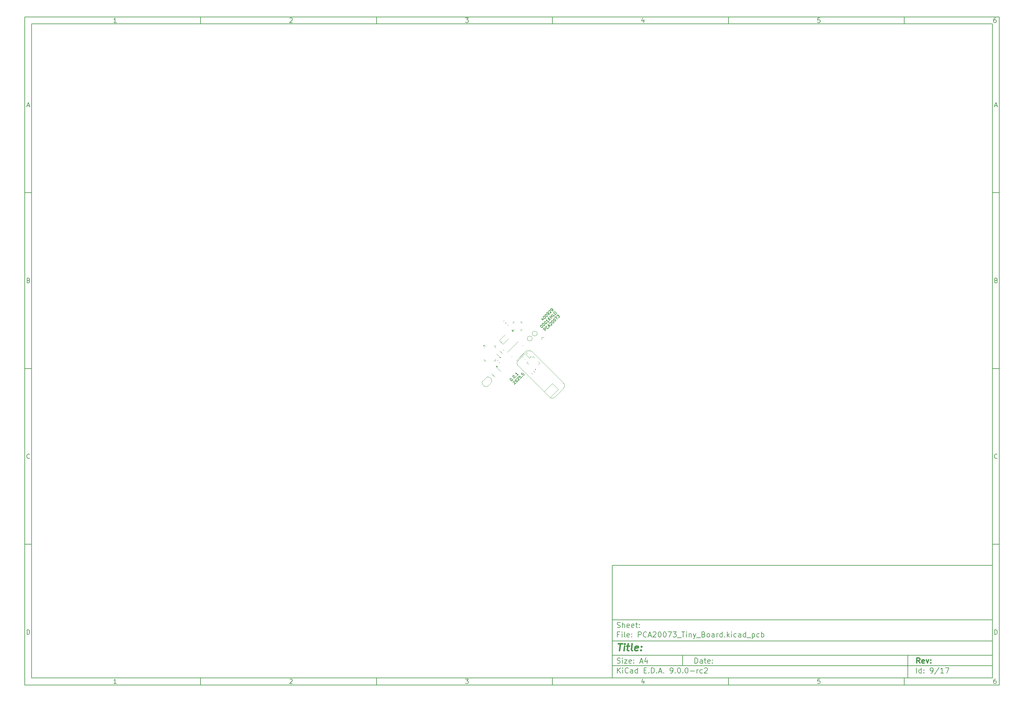
<source format=gbr>
G04 #@! TF.GenerationSoftware,KiCad,Pcbnew,9.0.0-rc2-3baa6cd791~182~ubuntu24.04.1*
G04 #@! TF.CreationDate,2025-02-06T23:09:26-05:00*
G04 #@! TF.ProjectId,PCA20073_Tiny_Board,50434132-3030-4373-935f-54696e795f42,rev?*
G04 #@! TF.SameCoordinates,PX82a22f1PY713a4f2*
G04 #@! TF.FileFunction,Legend,Top*
G04 #@! TF.FilePolarity,Positive*
%FSLAX46Y46*%
G04 Gerber Fmt 4.6, Leading zero omitted, Abs format (unit mm)*
G04 Created by KiCad (PCBNEW 9.0.0-rc2-3baa6cd791~182~ubuntu24.04.1) date 2025-02-06 23:09:26*
%MOMM*%
%LPD*%
G01*
G04 APERTURE LIST*
%ADD10C,0.100000*%
%ADD11C,0.150000*%
%ADD12C,0.300000*%
%ADD13C,0.400000*%
%ADD14C,0.200000*%
%ADD15C,0.120000*%
G04 APERTURE END LIST*
D10*
D11*
X40023015Y-47279278D02*
X148023015Y-47279278D01*
X148023015Y-79279278D01*
X40023015Y-79279278D01*
X40023015Y-47279278D01*
D10*
D11*
X-126979185Y108727922D02*
X150023015Y108727922D01*
X150023015Y-81279278D01*
X-126979185Y-81279278D01*
X-126979185Y108727922D01*
D10*
D11*
X-124979185Y106727922D02*
X148023015Y106727922D01*
X148023015Y-79279278D01*
X-124979185Y-79279278D01*
X-124979185Y106727922D01*
D10*
D11*
X-76979185Y106727922D02*
X-76979185Y108727922D01*
D10*
D11*
X-26979185Y106727922D02*
X-26979185Y108727922D01*
D10*
D11*
X23020815Y106727922D02*
X23020815Y108727922D01*
D10*
D11*
X73020815Y106727922D02*
X73020815Y108727922D01*
D10*
D11*
X123020815Y106727922D02*
X123020815Y108727922D01*
D10*
D11*
X-100890025Y107134318D02*
X-101632882Y107134318D01*
X-101261454Y107134318D02*
X-101261454Y108434318D01*
X-101261454Y108434318D02*
X-101385263Y108248603D01*
X-101385263Y108248603D02*
X-101509073Y108124794D01*
X-101509073Y108124794D02*
X-101632882Y108062889D01*
D10*
D11*
X-51632882Y108310508D02*
X-51570978Y108372413D01*
X-51570978Y108372413D02*
X-51447168Y108434318D01*
X-51447168Y108434318D02*
X-51137644Y108434318D01*
X-51137644Y108434318D02*
X-51013835Y108372413D01*
X-51013835Y108372413D02*
X-50951930Y108310508D01*
X-50951930Y108310508D02*
X-50890025Y108186699D01*
X-50890025Y108186699D02*
X-50890025Y108062889D01*
X-50890025Y108062889D02*
X-50951930Y107877175D01*
X-50951930Y107877175D02*
X-51694787Y107134318D01*
X-51694787Y107134318D02*
X-50890025Y107134318D01*
D10*
D11*
X-1694787Y108434318D02*
X-890025Y108434318D01*
X-890025Y108434318D02*
X-1323359Y107939080D01*
X-1323359Y107939080D02*
X-1137644Y107939080D01*
X-1137644Y107939080D02*
X-1013835Y107877175D01*
X-1013835Y107877175D02*
X-951930Y107815270D01*
X-951930Y107815270D02*
X-890025Y107691461D01*
X-890025Y107691461D02*
X-890025Y107381937D01*
X-890025Y107381937D02*
X-951930Y107258127D01*
X-951930Y107258127D02*
X-1013835Y107196222D01*
X-1013835Y107196222D02*
X-1137644Y107134318D01*
X-1137644Y107134318D02*
X-1509073Y107134318D01*
X-1509073Y107134318D02*
X-1632882Y107196222D01*
X-1632882Y107196222D02*
X-1694787Y107258127D01*
D10*
D11*
X48986165Y108000984D02*
X48986165Y107134318D01*
X48676641Y108496222D02*
X48367118Y107567651D01*
X48367118Y107567651D02*
X49171879Y107567651D01*
D10*
D11*
X99048070Y108434318D02*
X98429022Y108434318D01*
X98429022Y108434318D02*
X98367118Y107815270D01*
X98367118Y107815270D02*
X98429022Y107877175D01*
X98429022Y107877175D02*
X98552832Y107939080D01*
X98552832Y107939080D02*
X98862356Y107939080D01*
X98862356Y107939080D02*
X98986165Y107877175D01*
X98986165Y107877175D02*
X99048070Y107815270D01*
X99048070Y107815270D02*
X99109975Y107691461D01*
X99109975Y107691461D02*
X99109975Y107381937D01*
X99109975Y107381937D02*
X99048070Y107258127D01*
X99048070Y107258127D02*
X98986165Y107196222D01*
X98986165Y107196222D02*
X98862356Y107134318D01*
X98862356Y107134318D02*
X98552832Y107134318D01*
X98552832Y107134318D02*
X98429022Y107196222D01*
X98429022Y107196222D02*
X98367118Y107258127D01*
D10*
D11*
X148986165Y108434318D02*
X148738546Y108434318D01*
X148738546Y108434318D02*
X148614737Y108372413D01*
X148614737Y108372413D02*
X148552832Y108310508D01*
X148552832Y108310508D02*
X148429022Y108124794D01*
X148429022Y108124794D02*
X148367118Y107877175D01*
X148367118Y107877175D02*
X148367118Y107381937D01*
X148367118Y107381937D02*
X148429022Y107258127D01*
X148429022Y107258127D02*
X148490927Y107196222D01*
X148490927Y107196222D02*
X148614737Y107134318D01*
X148614737Y107134318D02*
X148862356Y107134318D01*
X148862356Y107134318D02*
X148986165Y107196222D01*
X148986165Y107196222D02*
X149048070Y107258127D01*
X149048070Y107258127D02*
X149109975Y107381937D01*
X149109975Y107381937D02*
X149109975Y107691461D01*
X149109975Y107691461D02*
X149048070Y107815270D01*
X149048070Y107815270D02*
X148986165Y107877175D01*
X148986165Y107877175D02*
X148862356Y107939080D01*
X148862356Y107939080D02*
X148614737Y107939080D01*
X148614737Y107939080D02*
X148490927Y107877175D01*
X148490927Y107877175D02*
X148429022Y107815270D01*
X148429022Y107815270D02*
X148367118Y107691461D01*
D10*
D11*
X-76979185Y-79279278D02*
X-76979185Y-81279278D01*
D10*
D11*
X-26979185Y-79279278D02*
X-26979185Y-81279278D01*
D10*
D11*
X23020815Y-79279278D02*
X23020815Y-81279278D01*
D10*
D11*
X73020815Y-79279278D02*
X73020815Y-81279278D01*
D10*
D11*
X123020815Y-79279278D02*
X123020815Y-81279278D01*
D10*
D11*
X-100890025Y-80872882D02*
X-101632882Y-80872882D01*
X-101261454Y-80872882D02*
X-101261454Y-79572882D01*
X-101261454Y-79572882D02*
X-101385263Y-79758597D01*
X-101385263Y-79758597D02*
X-101509073Y-79882406D01*
X-101509073Y-79882406D02*
X-101632882Y-79944311D01*
D10*
D11*
X-51632882Y-79696692D02*
X-51570978Y-79634787D01*
X-51570978Y-79634787D02*
X-51447168Y-79572882D01*
X-51447168Y-79572882D02*
X-51137644Y-79572882D01*
X-51137644Y-79572882D02*
X-51013835Y-79634787D01*
X-51013835Y-79634787D02*
X-50951930Y-79696692D01*
X-50951930Y-79696692D02*
X-50890025Y-79820501D01*
X-50890025Y-79820501D02*
X-50890025Y-79944311D01*
X-50890025Y-79944311D02*
X-50951930Y-80130025D01*
X-50951930Y-80130025D02*
X-51694787Y-80872882D01*
X-51694787Y-80872882D02*
X-50890025Y-80872882D01*
D10*
D11*
X-1694787Y-79572882D02*
X-890025Y-79572882D01*
X-890025Y-79572882D02*
X-1323359Y-80068120D01*
X-1323359Y-80068120D02*
X-1137644Y-80068120D01*
X-1137644Y-80068120D02*
X-1013835Y-80130025D01*
X-1013835Y-80130025D02*
X-951930Y-80191930D01*
X-951930Y-80191930D02*
X-890025Y-80315739D01*
X-890025Y-80315739D02*
X-890025Y-80625263D01*
X-890025Y-80625263D02*
X-951930Y-80749073D01*
X-951930Y-80749073D02*
X-1013835Y-80810978D01*
X-1013835Y-80810978D02*
X-1137644Y-80872882D01*
X-1137644Y-80872882D02*
X-1509073Y-80872882D01*
X-1509073Y-80872882D02*
X-1632882Y-80810978D01*
X-1632882Y-80810978D02*
X-1694787Y-80749073D01*
D10*
D11*
X48986165Y-80006216D02*
X48986165Y-80872882D01*
X48676641Y-79510978D02*
X48367118Y-80439549D01*
X48367118Y-80439549D02*
X49171879Y-80439549D01*
D10*
D11*
X99048070Y-79572882D02*
X98429022Y-79572882D01*
X98429022Y-79572882D02*
X98367118Y-80191930D01*
X98367118Y-80191930D02*
X98429022Y-80130025D01*
X98429022Y-80130025D02*
X98552832Y-80068120D01*
X98552832Y-80068120D02*
X98862356Y-80068120D01*
X98862356Y-80068120D02*
X98986165Y-80130025D01*
X98986165Y-80130025D02*
X99048070Y-80191930D01*
X99048070Y-80191930D02*
X99109975Y-80315739D01*
X99109975Y-80315739D02*
X99109975Y-80625263D01*
X99109975Y-80625263D02*
X99048070Y-80749073D01*
X99048070Y-80749073D02*
X98986165Y-80810978D01*
X98986165Y-80810978D02*
X98862356Y-80872882D01*
X98862356Y-80872882D02*
X98552832Y-80872882D01*
X98552832Y-80872882D02*
X98429022Y-80810978D01*
X98429022Y-80810978D02*
X98367118Y-80749073D01*
D10*
D11*
X148986165Y-79572882D02*
X148738546Y-79572882D01*
X148738546Y-79572882D02*
X148614737Y-79634787D01*
X148614737Y-79634787D02*
X148552832Y-79696692D01*
X148552832Y-79696692D02*
X148429022Y-79882406D01*
X148429022Y-79882406D02*
X148367118Y-80130025D01*
X148367118Y-80130025D02*
X148367118Y-80625263D01*
X148367118Y-80625263D02*
X148429022Y-80749073D01*
X148429022Y-80749073D02*
X148490927Y-80810978D01*
X148490927Y-80810978D02*
X148614737Y-80872882D01*
X148614737Y-80872882D02*
X148862356Y-80872882D01*
X148862356Y-80872882D02*
X148986165Y-80810978D01*
X148986165Y-80810978D02*
X149048070Y-80749073D01*
X149048070Y-80749073D02*
X149109975Y-80625263D01*
X149109975Y-80625263D02*
X149109975Y-80315739D01*
X149109975Y-80315739D02*
X149048070Y-80191930D01*
X149048070Y-80191930D02*
X148986165Y-80130025D01*
X148986165Y-80130025D02*
X148862356Y-80068120D01*
X148862356Y-80068120D02*
X148614737Y-80068120D01*
X148614737Y-80068120D02*
X148490927Y-80130025D01*
X148490927Y-80130025D02*
X148429022Y-80191930D01*
X148429022Y-80191930D02*
X148367118Y-80315739D01*
D10*
D11*
X-126979185Y58727922D02*
X-124979185Y58727922D01*
D10*
D11*
X-126979185Y8727922D02*
X-124979185Y8727922D01*
D10*
D11*
X-126979185Y-41272078D02*
X-124979185Y-41272078D01*
D10*
D11*
X-126288709Y83505746D02*
X-125669662Y83505746D01*
X-126412519Y83134318D02*
X-125979186Y84434318D01*
X-125979186Y84434318D02*
X-125545852Y83134318D01*
D10*
D11*
X-125886328Y33815270D02*
X-125700614Y33753365D01*
X-125700614Y33753365D02*
X-125638709Y33691461D01*
X-125638709Y33691461D02*
X-125576805Y33567651D01*
X-125576805Y33567651D02*
X-125576805Y33381937D01*
X-125576805Y33381937D02*
X-125638709Y33258127D01*
X-125638709Y33258127D02*
X-125700614Y33196222D01*
X-125700614Y33196222D02*
X-125824424Y33134318D01*
X-125824424Y33134318D02*
X-126319662Y33134318D01*
X-126319662Y33134318D02*
X-126319662Y34434318D01*
X-126319662Y34434318D02*
X-125886328Y34434318D01*
X-125886328Y34434318D02*
X-125762519Y34372413D01*
X-125762519Y34372413D02*
X-125700614Y34310508D01*
X-125700614Y34310508D02*
X-125638709Y34186699D01*
X-125638709Y34186699D02*
X-125638709Y34062889D01*
X-125638709Y34062889D02*
X-125700614Y33939080D01*
X-125700614Y33939080D02*
X-125762519Y33877175D01*
X-125762519Y33877175D02*
X-125886328Y33815270D01*
X-125886328Y33815270D02*
X-126319662Y33815270D01*
D10*
D11*
X-125576805Y-16741873D02*
X-125638709Y-16803778D01*
X-125638709Y-16803778D02*
X-125824424Y-16865682D01*
X-125824424Y-16865682D02*
X-125948233Y-16865682D01*
X-125948233Y-16865682D02*
X-126133947Y-16803778D01*
X-126133947Y-16803778D02*
X-126257757Y-16679968D01*
X-126257757Y-16679968D02*
X-126319662Y-16556158D01*
X-126319662Y-16556158D02*
X-126381566Y-16308539D01*
X-126381566Y-16308539D02*
X-126381566Y-16122825D01*
X-126381566Y-16122825D02*
X-126319662Y-15875206D01*
X-126319662Y-15875206D02*
X-126257757Y-15751397D01*
X-126257757Y-15751397D02*
X-126133947Y-15627587D01*
X-126133947Y-15627587D02*
X-125948233Y-15565682D01*
X-125948233Y-15565682D02*
X-125824424Y-15565682D01*
X-125824424Y-15565682D02*
X-125638709Y-15627587D01*
X-125638709Y-15627587D02*
X-125576805Y-15689492D01*
D10*
D11*
X-126319662Y-66865682D02*
X-126319662Y-65565682D01*
X-126319662Y-65565682D02*
X-126010138Y-65565682D01*
X-126010138Y-65565682D02*
X-125824424Y-65627587D01*
X-125824424Y-65627587D02*
X-125700614Y-65751397D01*
X-125700614Y-65751397D02*
X-125638709Y-65875206D01*
X-125638709Y-65875206D02*
X-125576805Y-66122825D01*
X-125576805Y-66122825D02*
X-125576805Y-66308539D01*
X-125576805Y-66308539D02*
X-125638709Y-66556158D01*
X-125638709Y-66556158D02*
X-125700614Y-66679968D01*
X-125700614Y-66679968D02*
X-125824424Y-66803778D01*
X-125824424Y-66803778D02*
X-126010138Y-66865682D01*
X-126010138Y-66865682D02*
X-126319662Y-66865682D01*
D10*
D11*
X150023015Y58727922D02*
X148023015Y58727922D01*
D10*
D11*
X150023015Y8727922D02*
X148023015Y8727922D01*
D10*
D11*
X150023015Y-41272078D02*
X148023015Y-41272078D01*
D10*
D11*
X148713491Y83505746D02*
X149332538Y83505746D01*
X148589681Y83134318D02*
X149023014Y84434318D01*
X149023014Y84434318D02*
X149456348Y83134318D01*
D10*
D11*
X149115872Y33815270D02*
X149301586Y33753365D01*
X149301586Y33753365D02*
X149363491Y33691461D01*
X149363491Y33691461D02*
X149425395Y33567651D01*
X149425395Y33567651D02*
X149425395Y33381937D01*
X149425395Y33381937D02*
X149363491Y33258127D01*
X149363491Y33258127D02*
X149301586Y33196222D01*
X149301586Y33196222D02*
X149177776Y33134318D01*
X149177776Y33134318D02*
X148682538Y33134318D01*
X148682538Y33134318D02*
X148682538Y34434318D01*
X148682538Y34434318D02*
X149115872Y34434318D01*
X149115872Y34434318D02*
X149239681Y34372413D01*
X149239681Y34372413D02*
X149301586Y34310508D01*
X149301586Y34310508D02*
X149363491Y34186699D01*
X149363491Y34186699D02*
X149363491Y34062889D01*
X149363491Y34062889D02*
X149301586Y33939080D01*
X149301586Y33939080D02*
X149239681Y33877175D01*
X149239681Y33877175D02*
X149115872Y33815270D01*
X149115872Y33815270D02*
X148682538Y33815270D01*
D10*
D11*
X149425395Y-16741873D02*
X149363491Y-16803778D01*
X149363491Y-16803778D02*
X149177776Y-16865682D01*
X149177776Y-16865682D02*
X149053967Y-16865682D01*
X149053967Y-16865682D02*
X148868253Y-16803778D01*
X148868253Y-16803778D02*
X148744443Y-16679968D01*
X148744443Y-16679968D02*
X148682538Y-16556158D01*
X148682538Y-16556158D02*
X148620634Y-16308539D01*
X148620634Y-16308539D02*
X148620634Y-16122825D01*
X148620634Y-16122825D02*
X148682538Y-15875206D01*
X148682538Y-15875206D02*
X148744443Y-15751397D01*
X148744443Y-15751397D02*
X148868253Y-15627587D01*
X148868253Y-15627587D02*
X149053967Y-15565682D01*
X149053967Y-15565682D02*
X149177776Y-15565682D01*
X149177776Y-15565682D02*
X149363491Y-15627587D01*
X149363491Y-15627587D02*
X149425395Y-15689492D01*
D10*
D11*
X148682538Y-66865682D02*
X148682538Y-65565682D01*
X148682538Y-65565682D02*
X148992062Y-65565682D01*
X148992062Y-65565682D02*
X149177776Y-65627587D01*
X149177776Y-65627587D02*
X149301586Y-65751397D01*
X149301586Y-65751397D02*
X149363491Y-65875206D01*
X149363491Y-65875206D02*
X149425395Y-66122825D01*
X149425395Y-66122825D02*
X149425395Y-66308539D01*
X149425395Y-66308539D02*
X149363491Y-66556158D01*
X149363491Y-66556158D02*
X149301586Y-66679968D01*
X149301586Y-66679968D02*
X149177776Y-66803778D01*
X149177776Y-66803778D02*
X148992062Y-66865682D01*
X148992062Y-66865682D02*
X148682538Y-66865682D01*
D10*
D11*
X63478841Y-75065406D02*
X63478841Y-73565406D01*
X63478841Y-73565406D02*
X63835984Y-73565406D01*
X63835984Y-73565406D02*
X64050270Y-73636835D01*
X64050270Y-73636835D02*
X64193127Y-73779692D01*
X64193127Y-73779692D02*
X64264556Y-73922549D01*
X64264556Y-73922549D02*
X64335984Y-74208263D01*
X64335984Y-74208263D02*
X64335984Y-74422549D01*
X64335984Y-74422549D02*
X64264556Y-74708263D01*
X64264556Y-74708263D02*
X64193127Y-74851120D01*
X64193127Y-74851120D02*
X64050270Y-74993978D01*
X64050270Y-74993978D02*
X63835984Y-75065406D01*
X63835984Y-75065406D02*
X63478841Y-75065406D01*
X65621699Y-75065406D02*
X65621699Y-74279692D01*
X65621699Y-74279692D02*
X65550270Y-74136835D01*
X65550270Y-74136835D02*
X65407413Y-74065406D01*
X65407413Y-74065406D02*
X65121699Y-74065406D01*
X65121699Y-74065406D02*
X64978841Y-74136835D01*
X65621699Y-74993978D02*
X65478841Y-75065406D01*
X65478841Y-75065406D02*
X65121699Y-75065406D01*
X65121699Y-75065406D02*
X64978841Y-74993978D01*
X64978841Y-74993978D02*
X64907413Y-74851120D01*
X64907413Y-74851120D02*
X64907413Y-74708263D01*
X64907413Y-74708263D02*
X64978841Y-74565406D01*
X64978841Y-74565406D02*
X65121699Y-74493978D01*
X65121699Y-74493978D02*
X65478841Y-74493978D01*
X65478841Y-74493978D02*
X65621699Y-74422549D01*
X66121699Y-74065406D02*
X66693127Y-74065406D01*
X66335984Y-73565406D02*
X66335984Y-74851120D01*
X66335984Y-74851120D02*
X66407413Y-74993978D01*
X66407413Y-74993978D02*
X66550270Y-75065406D01*
X66550270Y-75065406D02*
X66693127Y-75065406D01*
X67764556Y-74993978D02*
X67621699Y-75065406D01*
X67621699Y-75065406D02*
X67335985Y-75065406D01*
X67335985Y-75065406D02*
X67193127Y-74993978D01*
X67193127Y-74993978D02*
X67121699Y-74851120D01*
X67121699Y-74851120D02*
X67121699Y-74279692D01*
X67121699Y-74279692D02*
X67193127Y-74136835D01*
X67193127Y-74136835D02*
X67335985Y-74065406D01*
X67335985Y-74065406D02*
X67621699Y-74065406D01*
X67621699Y-74065406D02*
X67764556Y-74136835D01*
X67764556Y-74136835D02*
X67835985Y-74279692D01*
X67835985Y-74279692D02*
X67835985Y-74422549D01*
X67835985Y-74422549D02*
X67121699Y-74565406D01*
X68478841Y-74922549D02*
X68550270Y-74993978D01*
X68550270Y-74993978D02*
X68478841Y-75065406D01*
X68478841Y-75065406D02*
X68407413Y-74993978D01*
X68407413Y-74993978D02*
X68478841Y-74922549D01*
X68478841Y-74922549D02*
X68478841Y-75065406D01*
X68478841Y-74136835D02*
X68550270Y-74208263D01*
X68550270Y-74208263D02*
X68478841Y-74279692D01*
X68478841Y-74279692D02*
X68407413Y-74208263D01*
X68407413Y-74208263D02*
X68478841Y-74136835D01*
X68478841Y-74136835D02*
X68478841Y-74279692D01*
D10*
D11*
X40023015Y-75779278D02*
X148023015Y-75779278D01*
D10*
D11*
X41478841Y-77865406D02*
X41478841Y-76365406D01*
X42335984Y-77865406D02*
X41693127Y-77008263D01*
X42335984Y-76365406D02*
X41478841Y-77222549D01*
X42978841Y-77865406D02*
X42978841Y-76865406D01*
X42978841Y-76365406D02*
X42907413Y-76436835D01*
X42907413Y-76436835D02*
X42978841Y-76508263D01*
X42978841Y-76508263D02*
X43050270Y-76436835D01*
X43050270Y-76436835D02*
X42978841Y-76365406D01*
X42978841Y-76365406D02*
X42978841Y-76508263D01*
X44550270Y-77722549D02*
X44478842Y-77793978D01*
X44478842Y-77793978D02*
X44264556Y-77865406D01*
X44264556Y-77865406D02*
X44121699Y-77865406D01*
X44121699Y-77865406D02*
X43907413Y-77793978D01*
X43907413Y-77793978D02*
X43764556Y-77651120D01*
X43764556Y-77651120D02*
X43693127Y-77508263D01*
X43693127Y-77508263D02*
X43621699Y-77222549D01*
X43621699Y-77222549D02*
X43621699Y-77008263D01*
X43621699Y-77008263D02*
X43693127Y-76722549D01*
X43693127Y-76722549D02*
X43764556Y-76579692D01*
X43764556Y-76579692D02*
X43907413Y-76436835D01*
X43907413Y-76436835D02*
X44121699Y-76365406D01*
X44121699Y-76365406D02*
X44264556Y-76365406D01*
X44264556Y-76365406D02*
X44478842Y-76436835D01*
X44478842Y-76436835D02*
X44550270Y-76508263D01*
X45835985Y-77865406D02*
X45835985Y-77079692D01*
X45835985Y-77079692D02*
X45764556Y-76936835D01*
X45764556Y-76936835D02*
X45621699Y-76865406D01*
X45621699Y-76865406D02*
X45335985Y-76865406D01*
X45335985Y-76865406D02*
X45193127Y-76936835D01*
X45835985Y-77793978D02*
X45693127Y-77865406D01*
X45693127Y-77865406D02*
X45335985Y-77865406D01*
X45335985Y-77865406D02*
X45193127Y-77793978D01*
X45193127Y-77793978D02*
X45121699Y-77651120D01*
X45121699Y-77651120D02*
X45121699Y-77508263D01*
X45121699Y-77508263D02*
X45193127Y-77365406D01*
X45193127Y-77365406D02*
X45335985Y-77293978D01*
X45335985Y-77293978D02*
X45693127Y-77293978D01*
X45693127Y-77293978D02*
X45835985Y-77222549D01*
X47193128Y-77865406D02*
X47193128Y-76365406D01*
X47193128Y-77793978D02*
X47050270Y-77865406D01*
X47050270Y-77865406D02*
X46764556Y-77865406D01*
X46764556Y-77865406D02*
X46621699Y-77793978D01*
X46621699Y-77793978D02*
X46550270Y-77722549D01*
X46550270Y-77722549D02*
X46478842Y-77579692D01*
X46478842Y-77579692D02*
X46478842Y-77151120D01*
X46478842Y-77151120D02*
X46550270Y-77008263D01*
X46550270Y-77008263D02*
X46621699Y-76936835D01*
X46621699Y-76936835D02*
X46764556Y-76865406D01*
X46764556Y-76865406D02*
X47050270Y-76865406D01*
X47050270Y-76865406D02*
X47193128Y-76936835D01*
X49050270Y-77079692D02*
X49550270Y-77079692D01*
X49764556Y-77865406D02*
X49050270Y-77865406D01*
X49050270Y-77865406D02*
X49050270Y-76365406D01*
X49050270Y-76365406D02*
X49764556Y-76365406D01*
X50407413Y-77722549D02*
X50478842Y-77793978D01*
X50478842Y-77793978D02*
X50407413Y-77865406D01*
X50407413Y-77865406D02*
X50335985Y-77793978D01*
X50335985Y-77793978D02*
X50407413Y-77722549D01*
X50407413Y-77722549D02*
X50407413Y-77865406D01*
X51121699Y-77865406D02*
X51121699Y-76365406D01*
X51121699Y-76365406D02*
X51478842Y-76365406D01*
X51478842Y-76365406D02*
X51693128Y-76436835D01*
X51693128Y-76436835D02*
X51835985Y-76579692D01*
X51835985Y-76579692D02*
X51907414Y-76722549D01*
X51907414Y-76722549D02*
X51978842Y-77008263D01*
X51978842Y-77008263D02*
X51978842Y-77222549D01*
X51978842Y-77222549D02*
X51907414Y-77508263D01*
X51907414Y-77508263D02*
X51835985Y-77651120D01*
X51835985Y-77651120D02*
X51693128Y-77793978D01*
X51693128Y-77793978D02*
X51478842Y-77865406D01*
X51478842Y-77865406D02*
X51121699Y-77865406D01*
X52621699Y-77722549D02*
X52693128Y-77793978D01*
X52693128Y-77793978D02*
X52621699Y-77865406D01*
X52621699Y-77865406D02*
X52550271Y-77793978D01*
X52550271Y-77793978D02*
X52621699Y-77722549D01*
X52621699Y-77722549D02*
X52621699Y-77865406D01*
X53264557Y-77436835D02*
X53978843Y-77436835D01*
X53121700Y-77865406D02*
X53621700Y-76365406D01*
X53621700Y-76365406D02*
X54121700Y-77865406D01*
X54621699Y-77722549D02*
X54693128Y-77793978D01*
X54693128Y-77793978D02*
X54621699Y-77865406D01*
X54621699Y-77865406D02*
X54550271Y-77793978D01*
X54550271Y-77793978D02*
X54621699Y-77722549D01*
X54621699Y-77722549D02*
X54621699Y-77865406D01*
X56550271Y-77865406D02*
X56835985Y-77865406D01*
X56835985Y-77865406D02*
X56978842Y-77793978D01*
X56978842Y-77793978D02*
X57050271Y-77722549D01*
X57050271Y-77722549D02*
X57193128Y-77508263D01*
X57193128Y-77508263D02*
X57264557Y-77222549D01*
X57264557Y-77222549D02*
X57264557Y-76651120D01*
X57264557Y-76651120D02*
X57193128Y-76508263D01*
X57193128Y-76508263D02*
X57121700Y-76436835D01*
X57121700Y-76436835D02*
X56978842Y-76365406D01*
X56978842Y-76365406D02*
X56693128Y-76365406D01*
X56693128Y-76365406D02*
X56550271Y-76436835D01*
X56550271Y-76436835D02*
X56478842Y-76508263D01*
X56478842Y-76508263D02*
X56407414Y-76651120D01*
X56407414Y-76651120D02*
X56407414Y-77008263D01*
X56407414Y-77008263D02*
X56478842Y-77151120D01*
X56478842Y-77151120D02*
X56550271Y-77222549D01*
X56550271Y-77222549D02*
X56693128Y-77293978D01*
X56693128Y-77293978D02*
X56978842Y-77293978D01*
X56978842Y-77293978D02*
X57121700Y-77222549D01*
X57121700Y-77222549D02*
X57193128Y-77151120D01*
X57193128Y-77151120D02*
X57264557Y-77008263D01*
X57907413Y-77722549D02*
X57978842Y-77793978D01*
X57978842Y-77793978D02*
X57907413Y-77865406D01*
X57907413Y-77865406D02*
X57835985Y-77793978D01*
X57835985Y-77793978D02*
X57907413Y-77722549D01*
X57907413Y-77722549D02*
X57907413Y-77865406D01*
X58907414Y-76365406D02*
X59050271Y-76365406D01*
X59050271Y-76365406D02*
X59193128Y-76436835D01*
X59193128Y-76436835D02*
X59264557Y-76508263D01*
X59264557Y-76508263D02*
X59335985Y-76651120D01*
X59335985Y-76651120D02*
X59407414Y-76936835D01*
X59407414Y-76936835D02*
X59407414Y-77293978D01*
X59407414Y-77293978D02*
X59335985Y-77579692D01*
X59335985Y-77579692D02*
X59264557Y-77722549D01*
X59264557Y-77722549D02*
X59193128Y-77793978D01*
X59193128Y-77793978D02*
X59050271Y-77865406D01*
X59050271Y-77865406D02*
X58907414Y-77865406D01*
X58907414Y-77865406D02*
X58764557Y-77793978D01*
X58764557Y-77793978D02*
X58693128Y-77722549D01*
X58693128Y-77722549D02*
X58621699Y-77579692D01*
X58621699Y-77579692D02*
X58550271Y-77293978D01*
X58550271Y-77293978D02*
X58550271Y-76936835D01*
X58550271Y-76936835D02*
X58621699Y-76651120D01*
X58621699Y-76651120D02*
X58693128Y-76508263D01*
X58693128Y-76508263D02*
X58764557Y-76436835D01*
X58764557Y-76436835D02*
X58907414Y-76365406D01*
X60050270Y-77722549D02*
X60121699Y-77793978D01*
X60121699Y-77793978D02*
X60050270Y-77865406D01*
X60050270Y-77865406D02*
X59978842Y-77793978D01*
X59978842Y-77793978D02*
X60050270Y-77722549D01*
X60050270Y-77722549D02*
X60050270Y-77865406D01*
X61050271Y-76365406D02*
X61193128Y-76365406D01*
X61193128Y-76365406D02*
X61335985Y-76436835D01*
X61335985Y-76436835D02*
X61407414Y-76508263D01*
X61407414Y-76508263D02*
X61478842Y-76651120D01*
X61478842Y-76651120D02*
X61550271Y-76936835D01*
X61550271Y-76936835D02*
X61550271Y-77293978D01*
X61550271Y-77293978D02*
X61478842Y-77579692D01*
X61478842Y-77579692D02*
X61407414Y-77722549D01*
X61407414Y-77722549D02*
X61335985Y-77793978D01*
X61335985Y-77793978D02*
X61193128Y-77865406D01*
X61193128Y-77865406D02*
X61050271Y-77865406D01*
X61050271Y-77865406D02*
X60907414Y-77793978D01*
X60907414Y-77793978D02*
X60835985Y-77722549D01*
X60835985Y-77722549D02*
X60764556Y-77579692D01*
X60764556Y-77579692D02*
X60693128Y-77293978D01*
X60693128Y-77293978D02*
X60693128Y-76936835D01*
X60693128Y-76936835D02*
X60764556Y-76651120D01*
X60764556Y-76651120D02*
X60835985Y-76508263D01*
X60835985Y-76508263D02*
X60907414Y-76436835D01*
X60907414Y-76436835D02*
X61050271Y-76365406D01*
X62193127Y-77293978D02*
X63335985Y-77293978D01*
X64050270Y-77865406D02*
X64050270Y-76865406D01*
X64050270Y-77151120D02*
X64121699Y-77008263D01*
X64121699Y-77008263D02*
X64193128Y-76936835D01*
X64193128Y-76936835D02*
X64335985Y-76865406D01*
X64335985Y-76865406D02*
X64478842Y-76865406D01*
X65621699Y-77793978D02*
X65478841Y-77865406D01*
X65478841Y-77865406D02*
X65193127Y-77865406D01*
X65193127Y-77865406D02*
X65050270Y-77793978D01*
X65050270Y-77793978D02*
X64978841Y-77722549D01*
X64978841Y-77722549D02*
X64907413Y-77579692D01*
X64907413Y-77579692D02*
X64907413Y-77151120D01*
X64907413Y-77151120D02*
X64978841Y-77008263D01*
X64978841Y-77008263D02*
X65050270Y-76936835D01*
X65050270Y-76936835D02*
X65193127Y-76865406D01*
X65193127Y-76865406D02*
X65478841Y-76865406D01*
X65478841Y-76865406D02*
X65621699Y-76936835D01*
X66193127Y-76508263D02*
X66264555Y-76436835D01*
X66264555Y-76436835D02*
X66407413Y-76365406D01*
X66407413Y-76365406D02*
X66764555Y-76365406D01*
X66764555Y-76365406D02*
X66907413Y-76436835D01*
X66907413Y-76436835D02*
X66978841Y-76508263D01*
X66978841Y-76508263D02*
X67050270Y-76651120D01*
X67050270Y-76651120D02*
X67050270Y-76793978D01*
X67050270Y-76793978D02*
X66978841Y-77008263D01*
X66978841Y-77008263D02*
X66121698Y-77865406D01*
X66121698Y-77865406D02*
X67050270Y-77865406D01*
D10*
D11*
X40023015Y-72779278D02*
X148023015Y-72779278D01*
D10*
D12*
X127434668Y-75057606D02*
X126934668Y-74343320D01*
X126577525Y-75057606D02*
X126577525Y-73557606D01*
X126577525Y-73557606D02*
X127148954Y-73557606D01*
X127148954Y-73557606D02*
X127291811Y-73629035D01*
X127291811Y-73629035D02*
X127363240Y-73700463D01*
X127363240Y-73700463D02*
X127434668Y-73843320D01*
X127434668Y-73843320D02*
X127434668Y-74057606D01*
X127434668Y-74057606D02*
X127363240Y-74200463D01*
X127363240Y-74200463D02*
X127291811Y-74271892D01*
X127291811Y-74271892D02*
X127148954Y-74343320D01*
X127148954Y-74343320D02*
X126577525Y-74343320D01*
X128648954Y-74986178D02*
X128506097Y-75057606D01*
X128506097Y-75057606D02*
X128220383Y-75057606D01*
X128220383Y-75057606D02*
X128077525Y-74986178D01*
X128077525Y-74986178D02*
X128006097Y-74843320D01*
X128006097Y-74843320D02*
X128006097Y-74271892D01*
X128006097Y-74271892D02*
X128077525Y-74129035D01*
X128077525Y-74129035D02*
X128220383Y-74057606D01*
X128220383Y-74057606D02*
X128506097Y-74057606D01*
X128506097Y-74057606D02*
X128648954Y-74129035D01*
X128648954Y-74129035D02*
X128720383Y-74271892D01*
X128720383Y-74271892D02*
X128720383Y-74414749D01*
X128720383Y-74414749D02*
X128006097Y-74557606D01*
X129220382Y-74057606D02*
X129577525Y-75057606D01*
X129577525Y-75057606D02*
X129934668Y-74057606D01*
X130506096Y-74914749D02*
X130577525Y-74986178D01*
X130577525Y-74986178D02*
X130506096Y-75057606D01*
X130506096Y-75057606D02*
X130434668Y-74986178D01*
X130434668Y-74986178D02*
X130506096Y-74914749D01*
X130506096Y-74914749D02*
X130506096Y-75057606D01*
X130506096Y-74129035D02*
X130577525Y-74200463D01*
X130577525Y-74200463D02*
X130506096Y-74271892D01*
X130506096Y-74271892D02*
X130434668Y-74200463D01*
X130434668Y-74200463D02*
X130506096Y-74129035D01*
X130506096Y-74129035D02*
X130506096Y-74271892D01*
D10*
D11*
X41407413Y-74993978D02*
X41621699Y-75065406D01*
X41621699Y-75065406D02*
X41978841Y-75065406D01*
X41978841Y-75065406D02*
X42121699Y-74993978D01*
X42121699Y-74993978D02*
X42193127Y-74922549D01*
X42193127Y-74922549D02*
X42264556Y-74779692D01*
X42264556Y-74779692D02*
X42264556Y-74636835D01*
X42264556Y-74636835D02*
X42193127Y-74493978D01*
X42193127Y-74493978D02*
X42121699Y-74422549D01*
X42121699Y-74422549D02*
X41978841Y-74351120D01*
X41978841Y-74351120D02*
X41693127Y-74279692D01*
X41693127Y-74279692D02*
X41550270Y-74208263D01*
X41550270Y-74208263D02*
X41478841Y-74136835D01*
X41478841Y-74136835D02*
X41407413Y-73993978D01*
X41407413Y-73993978D02*
X41407413Y-73851120D01*
X41407413Y-73851120D02*
X41478841Y-73708263D01*
X41478841Y-73708263D02*
X41550270Y-73636835D01*
X41550270Y-73636835D02*
X41693127Y-73565406D01*
X41693127Y-73565406D02*
X42050270Y-73565406D01*
X42050270Y-73565406D02*
X42264556Y-73636835D01*
X42907412Y-75065406D02*
X42907412Y-74065406D01*
X42907412Y-73565406D02*
X42835984Y-73636835D01*
X42835984Y-73636835D02*
X42907412Y-73708263D01*
X42907412Y-73708263D02*
X42978841Y-73636835D01*
X42978841Y-73636835D02*
X42907412Y-73565406D01*
X42907412Y-73565406D02*
X42907412Y-73708263D01*
X43478841Y-74065406D02*
X44264556Y-74065406D01*
X44264556Y-74065406D02*
X43478841Y-75065406D01*
X43478841Y-75065406D02*
X44264556Y-75065406D01*
X45407413Y-74993978D02*
X45264556Y-75065406D01*
X45264556Y-75065406D02*
X44978842Y-75065406D01*
X44978842Y-75065406D02*
X44835984Y-74993978D01*
X44835984Y-74993978D02*
X44764556Y-74851120D01*
X44764556Y-74851120D02*
X44764556Y-74279692D01*
X44764556Y-74279692D02*
X44835984Y-74136835D01*
X44835984Y-74136835D02*
X44978842Y-74065406D01*
X44978842Y-74065406D02*
X45264556Y-74065406D01*
X45264556Y-74065406D02*
X45407413Y-74136835D01*
X45407413Y-74136835D02*
X45478842Y-74279692D01*
X45478842Y-74279692D02*
X45478842Y-74422549D01*
X45478842Y-74422549D02*
X44764556Y-74565406D01*
X46121698Y-74922549D02*
X46193127Y-74993978D01*
X46193127Y-74993978D02*
X46121698Y-75065406D01*
X46121698Y-75065406D02*
X46050270Y-74993978D01*
X46050270Y-74993978D02*
X46121698Y-74922549D01*
X46121698Y-74922549D02*
X46121698Y-75065406D01*
X46121698Y-74136835D02*
X46193127Y-74208263D01*
X46193127Y-74208263D02*
X46121698Y-74279692D01*
X46121698Y-74279692D02*
X46050270Y-74208263D01*
X46050270Y-74208263D02*
X46121698Y-74136835D01*
X46121698Y-74136835D02*
X46121698Y-74279692D01*
X47907413Y-74636835D02*
X48621699Y-74636835D01*
X47764556Y-75065406D02*
X48264556Y-73565406D01*
X48264556Y-73565406D02*
X48764556Y-75065406D01*
X49907413Y-74065406D02*
X49907413Y-75065406D01*
X49550270Y-73493978D02*
X49193127Y-74565406D01*
X49193127Y-74565406D02*
X50121698Y-74565406D01*
D10*
D11*
X126478841Y-77865406D02*
X126478841Y-76365406D01*
X127835985Y-77865406D02*
X127835985Y-76365406D01*
X127835985Y-77793978D02*
X127693127Y-77865406D01*
X127693127Y-77865406D02*
X127407413Y-77865406D01*
X127407413Y-77865406D02*
X127264556Y-77793978D01*
X127264556Y-77793978D02*
X127193127Y-77722549D01*
X127193127Y-77722549D02*
X127121699Y-77579692D01*
X127121699Y-77579692D02*
X127121699Y-77151120D01*
X127121699Y-77151120D02*
X127193127Y-77008263D01*
X127193127Y-77008263D02*
X127264556Y-76936835D01*
X127264556Y-76936835D02*
X127407413Y-76865406D01*
X127407413Y-76865406D02*
X127693127Y-76865406D01*
X127693127Y-76865406D02*
X127835985Y-76936835D01*
X128550270Y-77722549D02*
X128621699Y-77793978D01*
X128621699Y-77793978D02*
X128550270Y-77865406D01*
X128550270Y-77865406D02*
X128478842Y-77793978D01*
X128478842Y-77793978D02*
X128550270Y-77722549D01*
X128550270Y-77722549D02*
X128550270Y-77865406D01*
X128550270Y-76936835D02*
X128621699Y-77008263D01*
X128621699Y-77008263D02*
X128550270Y-77079692D01*
X128550270Y-77079692D02*
X128478842Y-77008263D01*
X128478842Y-77008263D02*
X128550270Y-76936835D01*
X128550270Y-76936835D02*
X128550270Y-77079692D01*
X130478842Y-77865406D02*
X130764556Y-77865406D01*
X130764556Y-77865406D02*
X130907413Y-77793978D01*
X130907413Y-77793978D02*
X130978842Y-77722549D01*
X130978842Y-77722549D02*
X131121699Y-77508263D01*
X131121699Y-77508263D02*
X131193128Y-77222549D01*
X131193128Y-77222549D02*
X131193128Y-76651120D01*
X131193128Y-76651120D02*
X131121699Y-76508263D01*
X131121699Y-76508263D02*
X131050271Y-76436835D01*
X131050271Y-76436835D02*
X130907413Y-76365406D01*
X130907413Y-76365406D02*
X130621699Y-76365406D01*
X130621699Y-76365406D02*
X130478842Y-76436835D01*
X130478842Y-76436835D02*
X130407413Y-76508263D01*
X130407413Y-76508263D02*
X130335985Y-76651120D01*
X130335985Y-76651120D02*
X130335985Y-77008263D01*
X130335985Y-77008263D02*
X130407413Y-77151120D01*
X130407413Y-77151120D02*
X130478842Y-77222549D01*
X130478842Y-77222549D02*
X130621699Y-77293978D01*
X130621699Y-77293978D02*
X130907413Y-77293978D01*
X130907413Y-77293978D02*
X131050271Y-77222549D01*
X131050271Y-77222549D02*
X131121699Y-77151120D01*
X131121699Y-77151120D02*
X131193128Y-77008263D01*
X132907413Y-76293978D02*
X131621699Y-78222549D01*
X134193128Y-77865406D02*
X133335985Y-77865406D01*
X133764556Y-77865406D02*
X133764556Y-76365406D01*
X133764556Y-76365406D02*
X133621699Y-76579692D01*
X133621699Y-76579692D02*
X133478842Y-76722549D01*
X133478842Y-76722549D02*
X133335985Y-76793978D01*
X134693127Y-76365406D02*
X135693127Y-76365406D01*
X135693127Y-76365406D02*
X135050270Y-77865406D01*
D10*
D11*
X40023015Y-68779278D02*
X148023015Y-68779278D01*
D10*
D13*
X41714743Y-69483716D02*
X42857600Y-69483716D01*
X42036172Y-71483716D02*
X42286172Y-69483716D01*
X43274267Y-71483716D02*
X43440934Y-70150382D01*
X43524267Y-69483716D02*
X43417124Y-69578954D01*
X43417124Y-69578954D02*
X43500458Y-69674192D01*
X43500458Y-69674192D02*
X43607601Y-69578954D01*
X43607601Y-69578954D02*
X43524267Y-69483716D01*
X43524267Y-69483716D02*
X43500458Y-69674192D01*
X44107601Y-70150382D02*
X44869505Y-70150382D01*
X44476648Y-69483716D02*
X44262363Y-71198001D01*
X44262363Y-71198001D02*
X44333791Y-71388478D01*
X44333791Y-71388478D02*
X44512363Y-71483716D01*
X44512363Y-71483716D02*
X44702839Y-71483716D01*
X45655220Y-71483716D02*
X45476648Y-71388478D01*
X45476648Y-71388478D02*
X45405220Y-71198001D01*
X45405220Y-71198001D02*
X45619505Y-69483716D01*
X47190934Y-71388478D02*
X46988553Y-71483716D01*
X46988553Y-71483716D02*
X46607600Y-71483716D01*
X46607600Y-71483716D02*
X46429029Y-71388478D01*
X46429029Y-71388478D02*
X46357600Y-71198001D01*
X46357600Y-71198001D02*
X46452839Y-70436097D01*
X46452839Y-70436097D02*
X46571886Y-70245620D01*
X46571886Y-70245620D02*
X46774267Y-70150382D01*
X46774267Y-70150382D02*
X47155219Y-70150382D01*
X47155219Y-70150382D02*
X47333791Y-70245620D01*
X47333791Y-70245620D02*
X47405219Y-70436097D01*
X47405219Y-70436097D02*
X47381410Y-70626573D01*
X47381410Y-70626573D02*
X46405219Y-70817049D01*
X48155220Y-71293239D02*
X48238553Y-71388478D01*
X48238553Y-71388478D02*
X48131410Y-71483716D01*
X48131410Y-71483716D02*
X48048077Y-71388478D01*
X48048077Y-71388478D02*
X48155220Y-71293239D01*
X48155220Y-71293239D02*
X48131410Y-71483716D01*
X48286172Y-70245620D02*
X48369505Y-70340858D01*
X48369505Y-70340858D02*
X48262363Y-70436097D01*
X48262363Y-70436097D02*
X48179029Y-70340858D01*
X48179029Y-70340858D02*
X48286172Y-70245620D01*
X48286172Y-70245620D02*
X48262363Y-70436097D01*
D10*
D11*
X41978841Y-66879692D02*
X41478841Y-66879692D01*
X41478841Y-67665406D02*
X41478841Y-66165406D01*
X41478841Y-66165406D02*
X42193127Y-66165406D01*
X42764555Y-67665406D02*
X42764555Y-66665406D01*
X42764555Y-66165406D02*
X42693127Y-66236835D01*
X42693127Y-66236835D02*
X42764555Y-66308263D01*
X42764555Y-66308263D02*
X42835984Y-66236835D01*
X42835984Y-66236835D02*
X42764555Y-66165406D01*
X42764555Y-66165406D02*
X42764555Y-66308263D01*
X43693127Y-67665406D02*
X43550270Y-67593978D01*
X43550270Y-67593978D02*
X43478841Y-67451120D01*
X43478841Y-67451120D02*
X43478841Y-66165406D01*
X44835984Y-67593978D02*
X44693127Y-67665406D01*
X44693127Y-67665406D02*
X44407413Y-67665406D01*
X44407413Y-67665406D02*
X44264555Y-67593978D01*
X44264555Y-67593978D02*
X44193127Y-67451120D01*
X44193127Y-67451120D02*
X44193127Y-66879692D01*
X44193127Y-66879692D02*
X44264555Y-66736835D01*
X44264555Y-66736835D02*
X44407413Y-66665406D01*
X44407413Y-66665406D02*
X44693127Y-66665406D01*
X44693127Y-66665406D02*
X44835984Y-66736835D01*
X44835984Y-66736835D02*
X44907413Y-66879692D01*
X44907413Y-66879692D02*
X44907413Y-67022549D01*
X44907413Y-67022549D02*
X44193127Y-67165406D01*
X45550269Y-67522549D02*
X45621698Y-67593978D01*
X45621698Y-67593978D02*
X45550269Y-67665406D01*
X45550269Y-67665406D02*
X45478841Y-67593978D01*
X45478841Y-67593978D02*
X45550269Y-67522549D01*
X45550269Y-67522549D02*
X45550269Y-67665406D01*
X45550269Y-66736835D02*
X45621698Y-66808263D01*
X45621698Y-66808263D02*
X45550269Y-66879692D01*
X45550269Y-66879692D02*
X45478841Y-66808263D01*
X45478841Y-66808263D02*
X45550269Y-66736835D01*
X45550269Y-66736835D02*
X45550269Y-66879692D01*
X47407412Y-67665406D02*
X47407412Y-66165406D01*
X47407412Y-66165406D02*
X47978841Y-66165406D01*
X47978841Y-66165406D02*
X48121698Y-66236835D01*
X48121698Y-66236835D02*
X48193127Y-66308263D01*
X48193127Y-66308263D02*
X48264555Y-66451120D01*
X48264555Y-66451120D02*
X48264555Y-66665406D01*
X48264555Y-66665406D02*
X48193127Y-66808263D01*
X48193127Y-66808263D02*
X48121698Y-66879692D01*
X48121698Y-66879692D02*
X47978841Y-66951120D01*
X47978841Y-66951120D02*
X47407412Y-66951120D01*
X49764555Y-67522549D02*
X49693127Y-67593978D01*
X49693127Y-67593978D02*
X49478841Y-67665406D01*
X49478841Y-67665406D02*
X49335984Y-67665406D01*
X49335984Y-67665406D02*
X49121698Y-67593978D01*
X49121698Y-67593978D02*
X48978841Y-67451120D01*
X48978841Y-67451120D02*
X48907412Y-67308263D01*
X48907412Y-67308263D02*
X48835984Y-67022549D01*
X48835984Y-67022549D02*
X48835984Y-66808263D01*
X48835984Y-66808263D02*
X48907412Y-66522549D01*
X48907412Y-66522549D02*
X48978841Y-66379692D01*
X48978841Y-66379692D02*
X49121698Y-66236835D01*
X49121698Y-66236835D02*
X49335984Y-66165406D01*
X49335984Y-66165406D02*
X49478841Y-66165406D01*
X49478841Y-66165406D02*
X49693127Y-66236835D01*
X49693127Y-66236835D02*
X49764555Y-66308263D01*
X50335984Y-67236835D02*
X51050270Y-67236835D01*
X50193127Y-67665406D02*
X50693127Y-66165406D01*
X50693127Y-66165406D02*
X51193127Y-67665406D01*
X51621698Y-66308263D02*
X51693126Y-66236835D01*
X51693126Y-66236835D02*
X51835984Y-66165406D01*
X51835984Y-66165406D02*
X52193126Y-66165406D01*
X52193126Y-66165406D02*
X52335984Y-66236835D01*
X52335984Y-66236835D02*
X52407412Y-66308263D01*
X52407412Y-66308263D02*
X52478841Y-66451120D01*
X52478841Y-66451120D02*
X52478841Y-66593978D01*
X52478841Y-66593978D02*
X52407412Y-66808263D01*
X52407412Y-66808263D02*
X51550269Y-67665406D01*
X51550269Y-67665406D02*
X52478841Y-67665406D01*
X53407412Y-66165406D02*
X53550269Y-66165406D01*
X53550269Y-66165406D02*
X53693126Y-66236835D01*
X53693126Y-66236835D02*
X53764555Y-66308263D01*
X53764555Y-66308263D02*
X53835983Y-66451120D01*
X53835983Y-66451120D02*
X53907412Y-66736835D01*
X53907412Y-66736835D02*
X53907412Y-67093978D01*
X53907412Y-67093978D02*
X53835983Y-67379692D01*
X53835983Y-67379692D02*
X53764555Y-67522549D01*
X53764555Y-67522549D02*
X53693126Y-67593978D01*
X53693126Y-67593978D02*
X53550269Y-67665406D01*
X53550269Y-67665406D02*
X53407412Y-67665406D01*
X53407412Y-67665406D02*
X53264555Y-67593978D01*
X53264555Y-67593978D02*
X53193126Y-67522549D01*
X53193126Y-67522549D02*
X53121697Y-67379692D01*
X53121697Y-67379692D02*
X53050269Y-67093978D01*
X53050269Y-67093978D02*
X53050269Y-66736835D01*
X53050269Y-66736835D02*
X53121697Y-66451120D01*
X53121697Y-66451120D02*
X53193126Y-66308263D01*
X53193126Y-66308263D02*
X53264555Y-66236835D01*
X53264555Y-66236835D02*
X53407412Y-66165406D01*
X54835983Y-66165406D02*
X54978840Y-66165406D01*
X54978840Y-66165406D02*
X55121697Y-66236835D01*
X55121697Y-66236835D02*
X55193126Y-66308263D01*
X55193126Y-66308263D02*
X55264554Y-66451120D01*
X55264554Y-66451120D02*
X55335983Y-66736835D01*
X55335983Y-66736835D02*
X55335983Y-67093978D01*
X55335983Y-67093978D02*
X55264554Y-67379692D01*
X55264554Y-67379692D02*
X55193126Y-67522549D01*
X55193126Y-67522549D02*
X55121697Y-67593978D01*
X55121697Y-67593978D02*
X54978840Y-67665406D01*
X54978840Y-67665406D02*
X54835983Y-67665406D01*
X54835983Y-67665406D02*
X54693126Y-67593978D01*
X54693126Y-67593978D02*
X54621697Y-67522549D01*
X54621697Y-67522549D02*
X54550268Y-67379692D01*
X54550268Y-67379692D02*
X54478840Y-67093978D01*
X54478840Y-67093978D02*
X54478840Y-66736835D01*
X54478840Y-66736835D02*
X54550268Y-66451120D01*
X54550268Y-66451120D02*
X54621697Y-66308263D01*
X54621697Y-66308263D02*
X54693126Y-66236835D01*
X54693126Y-66236835D02*
X54835983Y-66165406D01*
X55835982Y-66165406D02*
X56835982Y-66165406D01*
X56835982Y-66165406D02*
X56193125Y-67665406D01*
X57264553Y-66165406D02*
X58193125Y-66165406D01*
X58193125Y-66165406D02*
X57693125Y-66736835D01*
X57693125Y-66736835D02*
X57907410Y-66736835D01*
X57907410Y-66736835D02*
X58050268Y-66808263D01*
X58050268Y-66808263D02*
X58121696Y-66879692D01*
X58121696Y-66879692D02*
X58193125Y-67022549D01*
X58193125Y-67022549D02*
X58193125Y-67379692D01*
X58193125Y-67379692D02*
X58121696Y-67522549D01*
X58121696Y-67522549D02*
X58050268Y-67593978D01*
X58050268Y-67593978D02*
X57907410Y-67665406D01*
X57907410Y-67665406D02*
X57478839Y-67665406D01*
X57478839Y-67665406D02*
X57335982Y-67593978D01*
X57335982Y-67593978D02*
X57264553Y-67522549D01*
X58478839Y-67808263D02*
X59621696Y-67808263D01*
X59764553Y-66165406D02*
X60621696Y-66165406D01*
X60193124Y-67665406D02*
X60193124Y-66165406D01*
X61121695Y-67665406D02*
X61121695Y-66665406D01*
X61121695Y-66165406D02*
X61050267Y-66236835D01*
X61050267Y-66236835D02*
X61121695Y-66308263D01*
X61121695Y-66308263D02*
X61193124Y-66236835D01*
X61193124Y-66236835D02*
X61121695Y-66165406D01*
X61121695Y-66165406D02*
X61121695Y-66308263D01*
X61835981Y-66665406D02*
X61835981Y-67665406D01*
X61835981Y-66808263D02*
X61907410Y-66736835D01*
X61907410Y-66736835D02*
X62050267Y-66665406D01*
X62050267Y-66665406D02*
X62264553Y-66665406D01*
X62264553Y-66665406D02*
X62407410Y-66736835D01*
X62407410Y-66736835D02*
X62478839Y-66879692D01*
X62478839Y-66879692D02*
X62478839Y-67665406D01*
X63050267Y-66665406D02*
X63407410Y-67665406D01*
X63764553Y-66665406D02*
X63407410Y-67665406D01*
X63407410Y-67665406D02*
X63264553Y-68022549D01*
X63264553Y-68022549D02*
X63193124Y-68093978D01*
X63193124Y-68093978D02*
X63050267Y-68165406D01*
X63978839Y-67808263D02*
X65121696Y-67808263D01*
X65978838Y-66879692D02*
X66193124Y-66951120D01*
X66193124Y-66951120D02*
X66264553Y-67022549D01*
X66264553Y-67022549D02*
X66335981Y-67165406D01*
X66335981Y-67165406D02*
X66335981Y-67379692D01*
X66335981Y-67379692D02*
X66264553Y-67522549D01*
X66264553Y-67522549D02*
X66193124Y-67593978D01*
X66193124Y-67593978D02*
X66050267Y-67665406D01*
X66050267Y-67665406D02*
X65478838Y-67665406D01*
X65478838Y-67665406D02*
X65478838Y-66165406D01*
X65478838Y-66165406D02*
X65978838Y-66165406D01*
X65978838Y-66165406D02*
X66121696Y-66236835D01*
X66121696Y-66236835D02*
X66193124Y-66308263D01*
X66193124Y-66308263D02*
X66264553Y-66451120D01*
X66264553Y-66451120D02*
X66264553Y-66593978D01*
X66264553Y-66593978D02*
X66193124Y-66736835D01*
X66193124Y-66736835D02*
X66121696Y-66808263D01*
X66121696Y-66808263D02*
X65978838Y-66879692D01*
X65978838Y-66879692D02*
X65478838Y-66879692D01*
X67193124Y-67665406D02*
X67050267Y-67593978D01*
X67050267Y-67593978D02*
X66978838Y-67522549D01*
X66978838Y-67522549D02*
X66907410Y-67379692D01*
X66907410Y-67379692D02*
X66907410Y-66951120D01*
X66907410Y-66951120D02*
X66978838Y-66808263D01*
X66978838Y-66808263D02*
X67050267Y-66736835D01*
X67050267Y-66736835D02*
X67193124Y-66665406D01*
X67193124Y-66665406D02*
X67407410Y-66665406D01*
X67407410Y-66665406D02*
X67550267Y-66736835D01*
X67550267Y-66736835D02*
X67621696Y-66808263D01*
X67621696Y-66808263D02*
X67693124Y-66951120D01*
X67693124Y-66951120D02*
X67693124Y-67379692D01*
X67693124Y-67379692D02*
X67621696Y-67522549D01*
X67621696Y-67522549D02*
X67550267Y-67593978D01*
X67550267Y-67593978D02*
X67407410Y-67665406D01*
X67407410Y-67665406D02*
X67193124Y-67665406D01*
X68978839Y-67665406D02*
X68978839Y-66879692D01*
X68978839Y-66879692D02*
X68907410Y-66736835D01*
X68907410Y-66736835D02*
X68764553Y-66665406D01*
X68764553Y-66665406D02*
X68478839Y-66665406D01*
X68478839Y-66665406D02*
X68335981Y-66736835D01*
X68978839Y-67593978D02*
X68835981Y-67665406D01*
X68835981Y-67665406D02*
X68478839Y-67665406D01*
X68478839Y-67665406D02*
X68335981Y-67593978D01*
X68335981Y-67593978D02*
X68264553Y-67451120D01*
X68264553Y-67451120D02*
X68264553Y-67308263D01*
X68264553Y-67308263D02*
X68335981Y-67165406D01*
X68335981Y-67165406D02*
X68478839Y-67093978D01*
X68478839Y-67093978D02*
X68835981Y-67093978D01*
X68835981Y-67093978D02*
X68978839Y-67022549D01*
X69693124Y-67665406D02*
X69693124Y-66665406D01*
X69693124Y-66951120D02*
X69764553Y-66808263D01*
X69764553Y-66808263D02*
X69835982Y-66736835D01*
X69835982Y-66736835D02*
X69978839Y-66665406D01*
X69978839Y-66665406D02*
X70121696Y-66665406D01*
X71264553Y-67665406D02*
X71264553Y-66165406D01*
X71264553Y-67593978D02*
X71121695Y-67665406D01*
X71121695Y-67665406D02*
X70835981Y-67665406D01*
X70835981Y-67665406D02*
X70693124Y-67593978D01*
X70693124Y-67593978D02*
X70621695Y-67522549D01*
X70621695Y-67522549D02*
X70550267Y-67379692D01*
X70550267Y-67379692D02*
X70550267Y-66951120D01*
X70550267Y-66951120D02*
X70621695Y-66808263D01*
X70621695Y-66808263D02*
X70693124Y-66736835D01*
X70693124Y-66736835D02*
X70835981Y-66665406D01*
X70835981Y-66665406D02*
X71121695Y-66665406D01*
X71121695Y-66665406D02*
X71264553Y-66736835D01*
X71978838Y-67522549D02*
X72050267Y-67593978D01*
X72050267Y-67593978D02*
X71978838Y-67665406D01*
X71978838Y-67665406D02*
X71907410Y-67593978D01*
X71907410Y-67593978D02*
X71978838Y-67522549D01*
X71978838Y-67522549D02*
X71978838Y-67665406D01*
X72693124Y-67665406D02*
X72693124Y-66165406D01*
X72835982Y-67093978D02*
X73264553Y-67665406D01*
X73264553Y-66665406D02*
X72693124Y-67236835D01*
X73907410Y-67665406D02*
X73907410Y-66665406D01*
X73907410Y-66165406D02*
X73835982Y-66236835D01*
X73835982Y-66236835D02*
X73907410Y-66308263D01*
X73907410Y-66308263D02*
X73978839Y-66236835D01*
X73978839Y-66236835D02*
X73907410Y-66165406D01*
X73907410Y-66165406D02*
X73907410Y-66308263D01*
X75264554Y-67593978D02*
X75121696Y-67665406D01*
X75121696Y-67665406D02*
X74835982Y-67665406D01*
X74835982Y-67665406D02*
X74693125Y-67593978D01*
X74693125Y-67593978D02*
X74621696Y-67522549D01*
X74621696Y-67522549D02*
X74550268Y-67379692D01*
X74550268Y-67379692D02*
X74550268Y-66951120D01*
X74550268Y-66951120D02*
X74621696Y-66808263D01*
X74621696Y-66808263D02*
X74693125Y-66736835D01*
X74693125Y-66736835D02*
X74835982Y-66665406D01*
X74835982Y-66665406D02*
X75121696Y-66665406D01*
X75121696Y-66665406D02*
X75264554Y-66736835D01*
X76550268Y-67665406D02*
X76550268Y-66879692D01*
X76550268Y-66879692D02*
X76478839Y-66736835D01*
X76478839Y-66736835D02*
X76335982Y-66665406D01*
X76335982Y-66665406D02*
X76050268Y-66665406D01*
X76050268Y-66665406D02*
X75907410Y-66736835D01*
X76550268Y-67593978D02*
X76407410Y-67665406D01*
X76407410Y-67665406D02*
X76050268Y-67665406D01*
X76050268Y-67665406D02*
X75907410Y-67593978D01*
X75907410Y-67593978D02*
X75835982Y-67451120D01*
X75835982Y-67451120D02*
X75835982Y-67308263D01*
X75835982Y-67308263D02*
X75907410Y-67165406D01*
X75907410Y-67165406D02*
X76050268Y-67093978D01*
X76050268Y-67093978D02*
X76407410Y-67093978D01*
X76407410Y-67093978D02*
X76550268Y-67022549D01*
X77907411Y-67665406D02*
X77907411Y-66165406D01*
X77907411Y-67593978D02*
X77764553Y-67665406D01*
X77764553Y-67665406D02*
X77478839Y-67665406D01*
X77478839Y-67665406D02*
X77335982Y-67593978D01*
X77335982Y-67593978D02*
X77264553Y-67522549D01*
X77264553Y-67522549D02*
X77193125Y-67379692D01*
X77193125Y-67379692D02*
X77193125Y-66951120D01*
X77193125Y-66951120D02*
X77264553Y-66808263D01*
X77264553Y-66808263D02*
X77335982Y-66736835D01*
X77335982Y-66736835D02*
X77478839Y-66665406D01*
X77478839Y-66665406D02*
X77764553Y-66665406D01*
X77764553Y-66665406D02*
X77907411Y-66736835D01*
X78264554Y-67808263D02*
X79407411Y-67808263D01*
X79764553Y-66665406D02*
X79764553Y-68165406D01*
X79764553Y-66736835D02*
X79907411Y-66665406D01*
X79907411Y-66665406D02*
X80193125Y-66665406D01*
X80193125Y-66665406D02*
X80335982Y-66736835D01*
X80335982Y-66736835D02*
X80407411Y-66808263D01*
X80407411Y-66808263D02*
X80478839Y-66951120D01*
X80478839Y-66951120D02*
X80478839Y-67379692D01*
X80478839Y-67379692D02*
X80407411Y-67522549D01*
X80407411Y-67522549D02*
X80335982Y-67593978D01*
X80335982Y-67593978D02*
X80193125Y-67665406D01*
X80193125Y-67665406D02*
X79907411Y-67665406D01*
X79907411Y-67665406D02*
X79764553Y-67593978D01*
X81764554Y-67593978D02*
X81621696Y-67665406D01*
X81621696Y-67665406D02*
X81335982Y-67665406D01*
X81335982Y-67665406D02*
X81193125Y-67593978D01*
X81193125Y-67593978D02*
X81121696Y-67522549D01*
X81121696Y-67522549D02*
X81050268Y-67379692D01*
X81050268Y-67379692D02*
X81050268Y-66951120D01*
X81050268Y-66951120D02*
X81121696Y-66808263D01*
X81121696Y-66808263D02*
X81193125Y-66736835D01*
X81193125Y-66736835D02*
X81335982Y-66665406D01*
X81335982Y-66665406D02*
X81621696Y-66665406D01*
X81621696Y-66665406D02*
X81764554Y-66736835D01*
X82407410Y-67665406D02*
X82407410Y-66165406D01*
X82407410Y-66736835D02*
X82550268Y-66665406D01*
X82550268Y-66665406D02*
X82835982Y-66665406D01*
X82835982Y-66665406D02*
X82978839Y-66736835D01*
X82978839Y-66736835D02*
X83050268Y-66808263D01*
X83050268Y-66808263D02*
X83121696Y-66951120D01*
X83121696Y-66951120D02*
X83121696Y-67379692D01*
X83121696Y-67379692D02*
X83050268Y-67522549D01*
X83050268Y-67522549D02*
X82978839Y-67593978D01*
X82978839Y-67593978D02*
X82835982Y-67665406D01*
X82835982Y-67665406D02*
X82550268Y-67665406D01*
X82550268Y-67665406D02*
X82407410Y-67593978D01*
D10*
D11*
X40023015Y-62779278D02*
X148023015Y-62779278D01*
D10*
D11*
X41407413Y-64893978D02*
X41621699Y-64965406D01*
X41621699Y-64965406D02*
X41978841Y-64965406D01*
X41978841Y-64965406D02*
X42121699Y-64893978D01*
X42121699Y-64893978D02*
X42193127Y-64822549D01*
X42193127Y-64822549D02*
X42264556Y-64679692D01*
X42264556Y-64679692D02*
X42264556Y-64536835D01*
X42264556Y-64536835D02*
X42193127Y-64393978D01*
X42193127Y-64393978D02*
X42121699Y-64322549D01*
X42121699Y-64322549D02*
X41978841Y-64251120D01*
X41978841Y-64251120D02*
X41693127Y-64179692D01*
X41693127Y-64179692D02*
X41550270Y-64108263D01*
X41550270Y-64108263D02*
X41478841Y-64036835D01*
X41478841Y-64036835D02*
X41407413Y-63893978D01*
X41407413Y-63893978D02*
X41407413Y-63751120D01*
X41407413Y-63751120D02*
X41478841Y-63608263D01*
X41478841Y-63608263D02*
X41550270Y-63536835D01*
X41550270Y-63536835D02*
X41693127Y-63465406D01*
X41693127Y-63465406D02*
X42050270Y-63465406D01*
X42050270Y-63465406D02*
X42264556Y-63536835D01*
X42907412Y-64965406D02*
X42907412Y-63465406D01*
X43550270Y-64965406D02*
X43550270Y-64179692D01*
X43550270Y-64179692D02*
X43478841Y-64036835D01*
X43478841Y-64036835D02*
X43335984Y-63965406D01*
X43335984Y-63965406D02*
X43121698Y-63965406D01*
X43121698Y-63965406D02*
X42978841Y-64036835D01*
X42978841Y-64036835D02*
X42907412Y-64108263D01*
X44835984Y-64893978D02*
X44693127Y-64965406D01*
X44693127Y-64965406D02*
X44407413Y-64965406D01*
X44407413Y-64965406D02*
X44264555Y-64893978D01*
X44264555Y-64893978D02*
X44193127Y-64751120D01*
X44193127Y-64751120D02*
X44193127Y-64179692D01*
X44193127Y-64179692D02*
X44264555Y-64036835D01*
X44264555Y-64036835D02*
X44407413Y-63965406D01*
X44407413Y-63965406D02*
X44693127Y-63965406D01*
X44693127Y-63965406D02*
X44835984Y-64036835D01*
X44835984Y-64036835D02*
X44907413Y-64179692D01*
X44907413Y-64179692D02*
X44907413Y-64322549D01*
X44907413Y-64322549D02*
X44193127Y-64465406D01*
X46121698Y-64893978D02*
X45978841Y-64965406D01*
X45978841Y-64965406D02*
X45693127Y-64965406D01*
X45693127Y-64965406D02*
X45550269Y-64893978D01*
X45550269Y-64893978D02*
X45478841Y-64751120D01*
X45478841Y-64751120D02*
X45478841Y-64179692D01*
X45478841Y-64179692D02*
X45550269Y-64036835D01*
X45550269Y-64036835D02*
X45693127Y-63965406D01*
X45693127Y-63965406D02*
X45978841Y-63965406D01*
X45978841Y-63965406D02*
X46121698Y-64036835D01*
X46121698Y-64036835D02*
X46193127Y-64179692D01*
X46193127Y-64179692D02*
X46193127Y-64322549D01*
X46193127Y-64322549D02*
X45478841Y-64465406D01*
X46621698Y-63965406D02*
X47193126Y-63965406D01*
X46835983Y-63465406D02*
X46835983Y-64751120D01*
X46835983Y-64751120D02*
X46907412Y-64893978D01*
X46907412Y-64893978D02*
X47050269Y-64965406D01*
X47050269Y-64965406D02*
X47193126Y-64965406D01*
X47693126Y-64822549D02*
X47764555Y-64893978D01*
X47764555Y-64893978D02*
X47693126Y-64965406D01*
X47693126Y-64965406D02*
X47621698Y-64893978D01*
X47621698Y-64893978D02*
X47693126Y-64822549D01*
X47693126Y-64822549D02*
X47693126Y-64965406D01*
X47693126Y-64036835D02*
X47764555Y-64108263D01*
X47764555Y-64108263D02*
X47693126Y-64179692D01*
X47693126Y-64179692D02*
X47621698Y-64108263D01*
X47621698Y-64108263D02*
X47693126Y-64036835D01*
X47693126Y-64036835D02*
X47693126Y-64179692D01*
D10*
D11*
X60023015Y-72779278D02*
X60023015Y-75779278D01*
D10*
D11*
X124023015Y-72779278D02*
X124023015Y-79279278D01*
D10*
X13232947Y9555992D02*
X22213203Y575736D01*
X23627417Y575736D02*
G75*
G02*
X22213203Y575736I-707107J707108D01*
G01*
X26173001Y4535534D02*
G75*
G02*
X26173006Y3121315I-707086J-707112D01*
G01*
X15778531Y13515790D02*
G75*
G02*
X17192745Y13515790I707107J-707108D01*
G01*
X13232947Y10970206D02*
X15778531Y13515790D01*
X26173001Y4535534D02*
X17192745Y13515790D01*
X26173001Y3121320D02*
X23627417Y575736D01*
X13232947Y9555992D02*
G75*
G02*
X13232924Y10970229I707068J707130D01*
G01*
D14*
X10963241Y5849846D02*
X11017116Y5903721D01*
X11017116Y5903721D02*
X11097928Y5930658D01*
X11097928Y5930658D02*
X11151803Y5930658D01*
X11151803Y5930658D02*
X11232615Y5903721D01*
X11232615Y5903721D02*
X11367302Y5822909D01*
X11367302Y5822909D02*
X11501989Y5688222D01*
X11501989Y5688222D02*
X11582802Y5553535D01*
X11582802Y5553535D02*
X11609739Y5472723D01*
X11609739Y5472723D02*
X11609739Y5418848D01*
X11609739Y5418848D02*
X11582802Y5338036D01*
X11582802Y5338036D02*
X11528927Y5284161D01*
X11528927Y5284161D02*
X11448115Y5257223D01*
X11448115Y5257223D02*
X11394240Y5257223D01*
X11394240Y5257223D02*
X11313428Y5284161D01*
X11313428Y5284161D02*
X11178741Y5364973D01*
X11178741Y5364973D02*
X11044054Y5499660D01*
X11044054Y5499660D02*
X10963241Y5634347D01*
X10963241Y5634347D02*
X10936304Y5715159D01*
X10936304Y5715159D02*
X10936304Y5769034D01*
X10936304Y5769034D02*
X10963241Y5849846D01*
X11906051Y5769034D02*
X11959925Y5769034D01*
X11959925Y5769034D02*
X11959925Y5715159D01*
X11959925Y5715159D02*
X11906051Y5715159D01*
X11906051Y5715159D02*
X11906051Y5769034D01*
X11906051Y5769034D02*
X11959925Y5715159D01*
X11771363Y6657968D02*
X11825238Y6711843D01*
X11825238Y6711843D02*
X11906050Y6738780D01*
X11906050Y6738780D02*
X11959925Y6738780D01*
X11959925Y6738780D02*
X12040737Y6711843D01*
X12040737Y6711843D02*
X12175424Y6631031D01*
X12175424Y6631031D02*
X12310111Y6496344D01*
X12310111Y6496344D02*
X12390923Y6361657D01*
X12390923Y6361657D02*
X12417861Y6280845D01*
X12417861Y6280845D02*
X12417861Y6226970D01*
X12417861Y6226970D02*
X12390923Y6146158D01*
X12390923Y6146158D02*
X12337049Y6092283D01*
X12337049Y6092283D02*
X12256236Y6065345D01*
X12256236Y6065345D02*
X12202362Y6065345D01*
X12202362Y6065345D02*
X12121549Y6092283D01*
X12121549Y6092283D02*
X11986862Y6173095D01*
X11986862Y6173095D02*
X11852175Y6307782D01*
X11852175Y6307782D02*
X11771363Y6442469D01*
X11771363Y6442469D02*
X11744426Y6523281D01*
X11744426Y6523281D02*
X11744426Y6577156D01*
X11744426Y6577156D02*
X11771363Y6657968D01*
X12714172Y6577156D02*
X12768047Y6577156D01*
X12768047Y6577156D02*
X12768047Y6523281D01*
X12768047Y6523281D02*
X12714172Y6523281D01*
X12714172Y6523281D02*
X12714172Y6577156D01*
X12714172Y6577156D02*
X12768047Y6523281D01*
X13333732Y7088967D02*
X13010484Y6765718D01*
X13172108Y6927342D02*
X12606423Y7493028D01*
X12606423Y7493028D02*
X12633360Y7358341D01*
X12633360Y7358341D02*
X12633360Y7250591D01*
X12633360Y7250591D02*
X12606423Y7169779D01*
X11793151Y4750562D02*
X11793151Y4804437D01*
X11793151Y4804437D02*
X11820089Y4885249D01*
X11820089Y4885249D02*
X11954776Y5019936D01*
X11954776Y5019936D02*
X12035588Y5046874D01*
X12035588Y5046874D02*
X12089463Y5046874D01*
X12089463Y5046874D02*
X12170275Y5019936D01*
X12170275Y5019936D02*
X12224150Y4966062D01*
X12224150Y4966062D02*
X12278024Y4858312D01*
X12278024Y4858312D02*
X12278024Y4211814D01*
X12278024Y4211814D02*
X12628211Y4562001D01*
X12412712Y5477872D02*
X12466586Y5531747D01*
X12466586Y5531747D02*
X12547399Y5558685D01*
X12547399Y5558685D02*
X12601273Y5558685D01*
X12601273Y5558685D02*
X12682086Y5531747D01*
X12682086Y5531747D02*
X12816773Y5450935D01*
X12816773Y5450935D02*
X12951460Y5316248D01*
X12951460Y5316248D02*
X13032272Y5181561D01*
X13032272Y5181561D02*
X13059209Y5100749D01*
X13059209Y5100749D02*
X13059209Y5046874D01*
X13059209Y5046874D02*
X13032272Y4966062D01*
X13032272Y4966062D02*
X12978397Y4912187D01*
X12978397Y4912187D02*
X12897585Y4885250D01*
X12897585Y4885250D02*
X12843710Y4885250D01*
X12843710Y4885250D02*
X12762898Y4912187D01*
X12762898Y4912187D02*
X12628211Y4992999D01*
X12628211Y4992999D02*
X12493524Y5127686D01*
X12493524Y5127686D02*
X12412712Y5262373D01*
X12412712Y5262373D02*
X12385774Y5343185D01*
X12385774Y5343185D02*
X12385774Y5397060D01*
X12385774Y5397060D02*
X12412712Y5477872D01*
X12870648Y5828059D02*
X12870648Y5881934D01*
X12870648Y5881934D02*
X12897585Y5962746D01*
X12897585Y5962746D02*
X13032272Y6097433D01*
X13032272Y6097433D02*
X13113084Y6124370D01*
X13113084Y6124370D02*
X13166959Y6124370D01*
X13166959Y6124370D02*
X13247771Y6097433D01*
X13247771Y6097433D02*
X13301646Y6043558D01*
X13301646Y6043558D02*
X13355521Y5935808D01*
X13355521Y5935808D02*
X13355521Y5289311D01*
X13355521Y5289311D02*
X13705707Y5639497D01*
X13651832Y6716993D02*
X13382458Y6447619D01*
X13382458Y6447619D02*
X13624895Y6151308D01*
X13624895Y6151308D02*
X13624895Y6205183D01*
X13624895Y6205183D02*
X13651832Y6285995D01*
X13651832Y6285995D02*
X13786519Y6420682D01*
X13786519Y6420682D02*
X13867332Y6447619D01*
X13867332Y6447619D02*
X13921206Y6447619D01*
X13921206Y6447619D02*
X14002019Y6420682D01*
X14002019Y6420682D02*
X14136706Y6285995D01*
X14136706Y6285995D02*
X14163643Y6205183D01*
X14163643Y6205183D02*
X14163643Y6151308D01*
X14163643Y6151308D02*
X14136706Y6070496D01*
X14136706Y6070496D02*
X14002019Y5935809D01*
X14002019Y5935809D02*
X13921206Y5908871D01*
X13921206Y5908871D02*
X13867332Y5908871D01*
X14433017Y6474557D02*
X14486892Y6474557D01*
X14486892Y6474557D02*
X14486892Y6420682D01*
X14486892Y6420682D02*
X14433017Y6420682D01*
X14433017Y6420682D02*
X14433017Y6474557D01*
X14433017Y6474557D02*
X14486892Y6420682D01*
X14459954Y7525115D02*
X14190580Y7255741D01*
X14190580Y7255741D02*
X14433017Y6959430D01*
X14433017Y6959430D02*
X14433017Y7013305D01*
X14433017Y7013305D02*
X14459954Y7094117D01*
X14459954Y7094117D02*
X14594641Y7228804D01*
X14594641Y7228804D02*
X14675453Y7255741D01*
X14675453Y7255741D02*
X14729328Y7255741D01*
X14729328Y7255741D02*
X14810140Y7228804D01*
X14810140Y7228804D02*
X14944827Y7094117D01*
X14944827Y7094117D02*
X14971765Y7013305D01*
X14971765Y7013305D02*
X14971765Y6959430D01*
X14971765Y6959430D02*
X14944827Y6878618D01*
X14944827Y6878618D02*
X14810140Y6743931D01*
X14810140Y6743931D02*
X14729328Y6716993D01*
X14729328Y6716993D02*
X14675453Y6716993D01*
X20175839Y22949952D02*
X20552962Y22572828D01*
X19825652Y23030764D02*
X20095026Y22492016D01*
X20095026Y22492016D02*
X20445213Y22842202D01*
X20391338Y23542575D02*
X20445213Y23596450D01*
X20445213Y23596450D02*
X20526025Y23623387D01*
X20526025Y23623387D02*
X20579900Y23623387D01*
X20579900Y23623387D02*
X20660712Y23596450D01*
X20660712Y23596450D02*
X20795399Y23515638D01*
X20795399Y23515638D02*
X20930086Y23380951D01*
X20930086Y23380951D02*
X21010898Y23246264D01*
X21010898Y23246264D02*
X21037836Y23165451D01*
X21037836Y23165451D02*
X21037836Y23111577D01*
X21037836Y23111577D02*
X21010898Y23030764D01*
X21010898Y23030764D02*
X20957023Y22976890D01*
X20957023Y22976890D02*
X20876211Y22949952D01*
X20876211Y22949952D02*
X20822336Y22949952D01*
X20822336Y22949952D02*
X20741524Y22976890D01*
X20741524Y22976890D02*
X20606837Y23057702D01*
X20606837Y23057702D02*
X20472150Y23192389D01*
X20472150Y23192389D02*
X20391338Y23327076D01*
X20391338Y23327076D02*
X20364401Y23407888D01*
X20364401Y23407888D02*
X20364401Y23461763D01*
X20364401Y23461763D02*
X20391338Y23542575D01*
X20930086Y24081323D02*
X20983961Y24135198D01*
X20983961Y24135198D02*
X21064773Y24162135D01*
X21064773Y24162135D02*
X21118648Y24162135D01*
X21118648Y24162135D02*
X21199460Y24135198D01*
X21199460Y24135198D02*
X21334147Y24054386D01*
X21334147Y24054386D02*
X21468834Y23919699D01*
X21468834Y23919699D02*
X21549646Y23785012D01*
X21549646Y23785012D02*
X21576584Y23704200D01*
X21576584Y23704200D02*
X21576584Y23650325D01*
X21576584Y23650325D02*
X21549646Y23569513D01*
X21549646Y23569513D02*
X21495772Y23515638D01*
X21495772Y23515638D02*
X21414959Y23488700D01*
X21414959Y23488700D02*
X21361085Y23488700D01*
X21361085Y23488700D02*
X21280272Y23515638D01*
X21280272Y23515638D02*
X21145585Y23596450D01*
X21145585Y23596450D02*
X21010898Y23731137D01*
X21010898Y23731137D02*
X20930086Y23865824D01*
X20930086Y23865824D02*
X20903149Y23946636D01*
X20903149Y23946636D02*
X20903149Y24000511D01*
X20903149Y24000511D02*
X20930086Y24081323D01*
X21953708Y23973574D02*
X22061457Y24081323D01*
X22061457Y24081323D02*
X22088395Y24162136D01*
X22088395Y24162136D02*
X22088395Y24216010D01*
X22088395Y24216010D02*
X22061457Y24350697D01*
X22061457Y24350697D02*
X21980645Y24485384D01*
X21980645Y24485384D02*
X21765146Y24700884D01*
X21765146Y24700884D02*
X21684334Y24727821D01*
X21684334Y24727821D02*
X21630459Y24727821D01*
X21630459Y24727821D02*
X21549647Y24700884D01*
X21549647Y24700884D02*
X21441897Y24593134D01*
X21441897Y24593134D02*
X21414960Y24512322D01*
X21414960Y24512322D02*
X21414960Y24458447D01*
X21414960Y24458447D02*
X21441897Y24377635D01*
X21441897Y24377635D02*
X21576584Y24242948D01*
X21576584Y24242948D02*
X21657396Y24216010D01*
X21657396Y24216010D02*
X21711271Y24216010D01*
X21711271Y24216010D02*
X21792083Y24242948D01*
X21792083Y24242948D02*
X21899833Y24350697D01*
X21899833Y24350697D02*
X21926770Y24431510D01*
X21926770Y24431510D02*
X21926770Y24485384D01*
X21926770Y24485384D02*
X21899833Y24566197D01*
X21926770Y24970258D02*
X21926770Y25024133D01*
X21926770Y25024133D02*
X21953708Y25104945D01*
X21953708Y25104945D02*
X22088395Y25239632D01*
X22088395Y25239632D02*
X22169207Y25266569D01*
X22169207Y25266569D02*
X22223082Y25266569D01*
X22223082Y25266569D02*
X22303894Y25239632D01*
X22303894Y25239632D02*
X22357769Y25185757D01*
X22357769Y25185757D02*
X22411644Y25078007D01*
X22411644Y25078007D02*
X22411644Y24431510D01*
X22411644Y24431510D02*
X22761830Y24781696D01*
X23031204Y25051070D02*
X23138954Y25158820D01*
X23138954Y25158820D02*
X23165891Y25239632D01*
X23165891Y25239632D02*
X23165891Y25293507D01*
X23165891Y25293507D02*
X23138954Y25428194D01*
X23138954Y25428194D02*
X23058141Y25562881D01*
X23058141Y25562881D02*
X22842642Y25778380D01*
X22842642Y25778380D02*
X22761830Y25805317D01*
X22761830Y25805317D02*
X22707955Y25805317D01*
X22707955Y25805317D02*
X22627143Y25778380D01*
X22627143Y25778380D02*
X22519393Y25670630D01*
X22519393Y25670630D02*
X22492456Y25589818D01*
X22492456Y25589818D02*
X22492456Y25535943D01*
X22492456Y25535943D02*
X22519393Y25455131D01*
X22519393Y25455131D02*
X22654080Y25320444D01*
X22654080Y25320444D02*
X22734893Y25293507D01*
X22734893Y25293507D02*
X22788767Y25293507D01*
X22788767Y25293507D02*
X22869580Y25320444D01*
X22869580Y25320444D02*
X22977329Y25428194D01*
X22977329Y25428194D02*
X23004267Y25509006D01*
X23004267Y25509006D02*
X23004267Y25562881D01*
X23004267Y25562881D02*
X22977329Y25643693D01*
X19631942Y20961735D02*
X19685816Y21015609D01*
X19685816Y21015609D02*
X19766629Y21042547D01*
X19766629Y21042547D02*
X19820503Y21042547D01*
X19820503Y21042547D02*
X19901316Y21015609D01*
X19901316Y21015609D02*
X20036003Y20934797D01*
X20036003Y20934797D02*
X20170690Y20800110D01*
X20170690Y20800110D02*
X20251502Y20665423D01*
X20251502Y20665423D02*
X20278439Y20584611D01*
X20278439Y20584611D02*
X20278439Y20530736D01*
X20278439Y20530736D02*
X20251502Y20449924D01*
X20251502Y20449924D02*
X20197627Y20396049D01*
X20197627Y20396049D02*
X20116815Y20369112D01*
X20116815Y20369112D02*
X20062940Y20369112D01*
X20062940Y20369112D02*
X19982128Y20396049D01*
X19982128Y20396049D02*
X19847441Y20476861D01*
X19847441Y20476861D02*
X19712754Y20611548D01*
X19712754Y20611548D02*
X19631942Y20746235D01*
X19631942Y20746235D02*
X19605004Y20827048D01*
X19605004Y20827048D02*
X19605004Y20880922D01*
X19605004Y20880922D02*
X19631942Y20961735D01*
X20170690Y21500483D02*
X20224565Y21554358D01*
X20224565Y21554358D02*
X20305377Y21581295D01*
X20305377Y21581295D02*
X20359252Y21581295D01*
X20359252Y21581295D02*
X20440064Y21554358D01*
X20440064Y21554358D02*
X20574751Y21473545D01*
X20574751Y21473545D02*
X20709438Y21338858D01*
X20709438Y21338858D02*
X20790250Y21204171D01*
X20790250Y21204171D02*
X20817187Y21123359D01*
X20817187Y21123359D02*
X20817187Y21069484D01*
X20817187Y21069484D02*
X20790250Y20988672D01*
X20790250Y20988672D02*
X20736375Y20934797D01*
X20736375Y20934797D02*
X20655563Y20907860D01*
X20655563Y20907860D02*
X20601688Y20907860D01*
X20601688Y20907860D02*
X20520876Y20934797D01*
X20520876Y20934797D02*
X20386189Y21015610D01*
X20386189Y21015610D02*
X20251502Y21150297D01*
X20251502Y21150297D02*
X20170690Y21284984D01*
X20170690Y21284984D02*
X20143752Y21365796D01*
X20143752Y21365796D02*
X20143752Y21419671D01*
X20143752Y21419671D02*
X20170690Y21500483D01*
X20709438Y22039231D02*
X20763313Y22093106D01*
X20763313Y22093106D02*
X20844125Y22120043D01*
X20844125Y22120043D02*
X20898000Y22120043D01*
X20898000Y22120043D02*
X20978812Y22093106D01*
X20978812Y22093106D02*
X21113499Y22012294D01*
X21113499Y22012294D02*
X21248186Y21877607D01*
X21248186Y21877607D02*
X21328998Y21742920D01*
X21328998Y21742920D02*
X21355936Y21662107D01*
X21355936Y21662107D02*
X21355936Y21608233D01*
X21355936Y21608233D02*
X21328998Y21527420D01*
X21328998Y21527420D02*
X21275123Y21473546D01*
X21275123Y21473546D02*
X21194311Y21446608D01*
X21194311Y21446608D02*
X21140436Y21446608D01*
X21140436Y21446608D02*
X21059624Y21473546D01*
X21059624Y21473546D02*
X20924937Y21554358D01*
X20924937Y21554358D02*
X20790250Y21689045D01*
X20790250Y21689045D02*
X20709438Y21823732D01*
X20709438Y21823732D02*
X20682501Y21904544D01*
X20682501Y21904544D02*
X20682501Y21958419D01*
X20682501Y21958419D02*
X20709438Y22039231D01*
X22002433Y22200856D02*
X21679185Y21877607D01*
X21840809Y22039231D02*
X21275124Y22604917D01*
X21275124Y22604917D02*
X21302061Y22470230D01*
X21302061Y22470230D02*
X21302061Y22362480D01*
X21302061Y22362480D02*
X21275124Y22281668D01*
X22244870Y22443292D02*
X21679185Y23008978D01*
X22568119Y22766541D02*
X22002434Y22847353D01*
X22002434Y23332227D02*
X22002434Y22685729D01*
X22810556Y23008978D02*
X22244870Y23574663D01*
X22514244Y23305289D02*
X22837493Y23628538D01*
X23133804Y23332227D02*
X22568119Y23897912D01*
X23672552Y23870974D02*
X23403178Y23601600D01*
X23403178Y23601600D02*
X22837493Y24167286D01*
X23403178Y24732971D02*
X23510928Y24840721D01*
X23510928Y24840721D02*
X23591740Y24867658D01*
X23591740Y24867658D02*
X23699490Y24867658D01*
X23699490Y24867658D02*
X23834177Y24786846D01*
X23834177Y24786846D02*
X24022739Y24598284D01*
X24022739Y24598284D02*
X24103551Y24463597D01*
X24103551Y24463597D02*
X24103551Y24355848D01*
X24103551Y24355848D02*
X24076613Y24275035D01*
X24076613Y24275035D02*
X23968864Y24167286D01*
X23968864Y24167286D02*
X23888051Y24140348D01*
X23888051Y24140348D02*
X23780302Y24140348D01*
X23780302Y24140348D02*
X23645615Y24221161D01*
X23645615Y24221161D02*
X23457053Y24409722D01*
X23457053Y24409722D02*
X23376241Y24544409D01*
X23376241Y24544409D02*
X23376241Y24652159D01*
X23376241Y24652159D02*
X23403178Y24732971D01*
X21054474Y19431452D02*
X20488788Y19997137D01*
X20488788Y19997137D02*
X20704288Y20212637D01*
X20704288Y20212637D02*
X20785100Y20239574D01*
X20785100Y20239574D02*
X20838975Y20239574D01*
X20838975Y20239574D02*
X20919787Y20212637D01*
X20919787Y20212637D02*
X21000599Y20131824D01*
X21000599Y20131824D02*
X21027537Y20051012D01*
X21027537Y20051012D02*
X21027537Y19997137D01*
X21027537Y19997137D02*
X21000599Y19916325D01*
X21000599Y19916325D02*
X20785100Y19700826D01*
X21889533Y20374261D02*
X21889533Y20320386D01*
X21889533Y20320386D02*
X21835659Y20212637D01*
X21835659Y20212637D02*
X21781784Y20158762D01*
X21781784Y20158762D02*
X21674034Y20104887D01*
X21674034Y20104887D02*
X21566285Y20104887D01*
X21566285Y20104887D02*
X21485472Y20131824D01*
X21485472Y20131824D02*
X21350785Y20212637D01*
X21350785Y20212637D02*
X21269973Y20293449D01*
X21269973Y20293449D02*
X21189161Y20428136D01*
X21189161Y20428136D02*
X21162224Y20508948D01*
X21162224Y20508948D02*
X21162224Y20616698D01*
X21162224Y20616698D02*
X21216098Y20724447D01*
X21216098Y20724447D02*
X21269973Y20778322D01*
X21269973Y20778322D02*
X21377723Y20832197D01*
X21377723Y20832197D02*
X21431598Y20832197D01*
X21997283Y20697510D02*
X22266657Y20966884D01*
X22105033Y20482011D02*
X21727909Y21236258D01*
X21727909Y21236258D02*
X22482156Y20859134D01*
X22131970Y21532569D02*
X22131970Y21586444D01*
X22131970Y21586444D02*
X22158907Y21667256D01*
X22158907Y21667256D02*
X22293594Y21801943D01*
X22293594Y21801943D02*
X22374406Y21828881D01*
X22374406Y21828881D02*
X22428281Y21828881D01*
X22428281Y21828881D02*
X22509093Y21801943D01*
X22509093Y21801943D02*
X22562968Y21748068D01*
X22562968Y21748068D02*
X22616843Y21640319D01*
X22616843Y21640319D02*
X22616843Y20993821D01*
X22616843Y20993821D02*
X22967029Y21344007D01*
X22751530Y22259879D02*
X22805405Y22313754D01*
X22805405Y22313754D02*
X22886217Y22340691D01*
X22886217Y22340691D02*
X22940092Y22340691D01*
X22940092Y22340691D02*
X23020904Y22313754D01*
X23020904Y22313754D02*
X23155591Y22232942D01*
X23155591Y22232942D02*
X23290278Y22098255D01*
X23290278Y22098255D02*
X23371090Y21963568D01*
X23371090Y21963568D02*
X23398028Y21882756D01*
X23398028Y21882756D02*
X23398028Y21828881D01*
X23398028Y21828881D02*
X23371090Y21748069D01*
X23371090Y21748069D02*
X23317216Y21694194D01*
X23317216Y21694194D02*
X23236403Y21667256D01*
X23236403Y21667256D02*
X23182529Y21667256D01*
X23182529Y21667256D02*
X23101716Y21694194D01*
X23101716Y21694194D02*
X22967029Y21775006D01*
X22967029Y21775006D02*
X22832342Y21909693D01*
X22832342Y21909693D02*
X22751530Y22044380D01*
X22751530Y22044380D02*
X22724593Y22125192D01*
X22724593Y22125192D02*
X22724593Y22179067D01*
X22724593Y22179067D02*
X22751530Y22259879D01*
X23290278Y22798627D02*
X23344153Y22852502D01*
X23344153Y22852502D02*
X23424965Y22879440D01*
X23424965Y22879440D02*
X23478840Y22879440D01*
X23478840Y22879440D02*
X23559652Y22852502D01*
X23559652Y22852502D02*
X23694339Y22771690D01*
X23694339Y22771690D02*
X23829026Y22637003D01*
X23829026Y22637003D02*
X23909839Y22502316D01*
X23909839Y22502316D02*
X23936776Y22421504D01*
X23936776Y22421504D02*
X23936776Y22367629D01*
X23936776Y22367629D02*
X23909839Y22286817D01*
X23909839Y22286817D02*
X23855964Y22232942D01*
X23855964Y22232942D02*
X23775152Y22206004D01*
X23775152Y22206004D02*
X23721277Y22206004D01*
X23721277Y22206004D02*
X23640465Y22232942D01*
X23640465Y22232942D02*
X23505778Y22313754D01*
X23505778Y22313754D02*
X23371091Y22448441D01*
X23371091Y22448441D02*
X23290278Y22583128D01*
X23290278Y22583128D02*
X23263341Y22663940D01*
X23263341Y22663940D02*
X23263341Y22717815D01*
X23263341Y22717815D02*
X23290278Y22798627D01*
X23667402Y23175751D02*
X24044526Y23552875D01*
X24044526Y23552875D02*
X24367775Y22744753D01*
X24206150Y23714499D02*
X24556337Y24064686D01*
X24556337Y24064686D02*
X24583274Y23660624D01*
X24583274Y23660624D02*
X24664086Y23741437D01*
X24664086Y23741437D02*
X24744898Y23768374D01*
X24744898Y23768374D02*
X24798773Y23768374D01*
X24798773Y23768374D02*
X24879585Y23741437D01*
X24879585Y23741437D02*
X25014272Y23606750D01*
X25014272Y23606750D02*
X25041210Y23525937D01*
X25041210Y23525937D02*
X25041210Y23472063D01*
X25041210Y23472063D02*
X25014272Y23391250D01*
X25014272Y23391250D02*
X24852648Y23229626D01*
X24852648Y23229626D02*
X24771836Y23202689D01*
X24771836Y23202689D02*
X24717961Y23202689D01*
D15*
X15748975Y10453169D02*
X16143346Y10847540D01*
X16172956Y10029188D02*
X15748975Y10453169D01*
X17506135Y12210329D02*
X17111764Y11815958D01*
X17930116Y11786348D02*
X17506135Y12210329D01*
X18984978Y10731486D02*
X19408959Y10307505D01*
X19408959Y10307505D02*
X19014588Y9913134D01*
D14*
X18294150Y8478220D02*
G75*
G02*
X18094150Y8478220I-100000J0D01*
G01*
X18094150Y8478220D02*
G75*
G02*
X18294150Y8478220I100000J0D01*
G01*
D15*
X9912120Y21720803D02*
X9694839Y21503522D01*
X10449521Y21183402D02*
X10232240Y20966121D01*
X18670562Y18677669D02*
G75*
G02*
X17270562Y18677669I-700000J0D01*
G01*
X17270562Y18677669D02*
G75*
G02*
X18670562Y18677669I700000J0D01*
G01*
X17315641Y7106716D02*
X16997443Y7424914D01*
X17722227Y7902211D02*
X17598483Y8025954D01*
X17916681Y7707756D02*
X17845971Y7778467D01*
X17916681Y7849178D01*
X17916681Y7707756D01*
G36*
X17916681Y7707756D02*
G01*
X17845971Y7778467D01*
X17916681Y7849178D01*
X17916681Y7707756D01*
G37*
X14787052Y12001051D02*
X14634549Y11848548D01*
X15296169Y11491934D02*
X15143666Y11339431D01*
X9247439Y22385483D02*
X9030158Y22168202D01*
X9784840Y21848082D02*
X9567559Y21630801D01*
X22411193Y490883D02*
X24673935Y2753624D01*
X22976878Y4450681D02*
X20714137Y2187939D01*
X24673935Y2753624D02*
X22976878Y4450681D01*
X17256349Y17263456D02*
G75*
G02*
X15856349Y17263456I-700000J0D01*
G01*
X15856349Y17263456D02*
G75*
G02*
X17256349Y17263456I700000J0D01*
G01*
X15449359Y12685307D02*
X16015044Y13250993D01*
X15449359Y12685307D02*
X16439308Y11695358D01*
X16439308Y11695358D02*
X17004994Y12261043D01*
X7479672Y11100059D02*
X7262391Y10882778D01*
X8017073Y10562658D02*
X7799792Y10345377D01*
X7915504Y16733126D02*
X8954951Y15693679D01*
X8954951Y15693679D02*
X10570690Y17309418D01*
X9531243Y18348865D02*
X7915504Y16733126D01*
D10*
X11770815Y21998991D02*
X11770815Y21598990D01*
X11770815Y21998991D02*
X12170815Y21998990D01*
X11770815Y19798990D02*
X11770815Y19998990D01*
X11970815Y19598990D02*
X12170815Y19598990D01*
X14270815Y21998991D02*
X13870815Y21998990D01*
X14270815Y21998991D02*
X14270815Y21598990D01*
X14270815Y19998990D02*
X14270815Y19598989D01*
X14270815Y19598989D02*
X13870815Y19598990D01*
D15*
X11770815Y19598989D02*
X11770815Y19238990D01*
X11410815Y19598990D01*
X11770815Y19598989D01*
G36*
X11770815Y19598989D02*
G01*
X11770815Y19238990D01*
X11410815Y19598990D01*
X11770815Y19598989D01*
G37*
X7887220Y12129860D02*
X7180113Y12836967D01*
X8749891Y12992531D02*
X8042784Y13699638D01*
X8304413Y11811662D02*
X7908433Y11811662D01*
X8106423Y12009652D01*
X8304413Y11811662D01*
G36*
X8304413Y11811662D02*
G01*
X7908433Y11811662D01*
X8106423Y12009652D01*
X8304413Y11811662D01*
G37*
X19953254Y17612821D02*
X20588254Y17612821D01*
X19953254Y16977821D02*
X19953254Y17612821D01*
X3192030Y5171929D02*
X4181980Y6161879D01*
X3616295Y3757715D02*
X3192030Y4181980D01*
X5171929Y6161879D02*
X5596194Y5737614D01*
X5596194Y4747665D02*
X4606244Y3757715D01*
X3192030Y4181980D02*
G75*
G02*
X3192030Y5171928I494974J494974D01*
G01*
X4181980Y6161879D02*
G75*
G02*
X5171929Y6161880I494975J-494975D01*
G01*
X4606244Y3757715D02*
G75*
G02*
X3616294Y3757714I-494975J494946D01*
G01*
X5596194Y5737614D02*
G75*
G02*
X5596194Y4747665I-494975J-494974D01*
G01*
X11500535Y12136932D02*
X11429825Y12207642D01*
X12702617Y10934850D02*
X15813887Y14046120D01*
X13339013Y16520994D02*
X10227743Y13409724D01*
X14611805Y15248202D02*
X14541095Y15318912D01*
D10*
X3308801Y15154655D02*
X3608801Y15154655D01*
X3458801Y15304655D02*
X3608801Y15154655D01*
X3608801Y15454655D02*
X3308801Y15154655D01*
X3608801Y15454655D02*
X3458801Y15154655D01*
X3608801Y15304655D02*
X3308801Y15154655D01*
X3608801Y15154655D02*
X3608801Y15454655D01*
X3608801Y14654655D02*
X3608801Y14854655D01*
X3608801Y11454655D02*
X3608801Y10954655D01*
X4108801Y15154655D02*
X3908801Y15154655D01*
X4108801Y10954655D02*
X3608801Y10954655D01*
X6308801Y15154655D02*
X6808801Y15154655D01*
X6308801Y10954655D02*
X6808801Y10954655D01*
X6808801Y14654655D02*
X6808801Y15154655D01*
X6808801Y11454655D02*
X6808801Y10954655D01*
D15*
X8400833Y13567862D02*
X8618114Y13350581D01*
X8938234Y14105263D02*
X9155515Y13887982D01*
X5695188Y7250824D02*
X6685138Y6260874D01*
X7328605Y8898383D02*
X8325626Y7901362D01*
X7434671Y9188296D02*
X7031620Y9124657D01*
X7095260Y9527708D01*
X7434671Y9188296D01*
G36*
X7434671Y9188296D02*
G01*
X7031620Y9124657D01*
X7095260Y9527708D01*
X7434671Y9188296D01*
G37*
M02*

</source>
